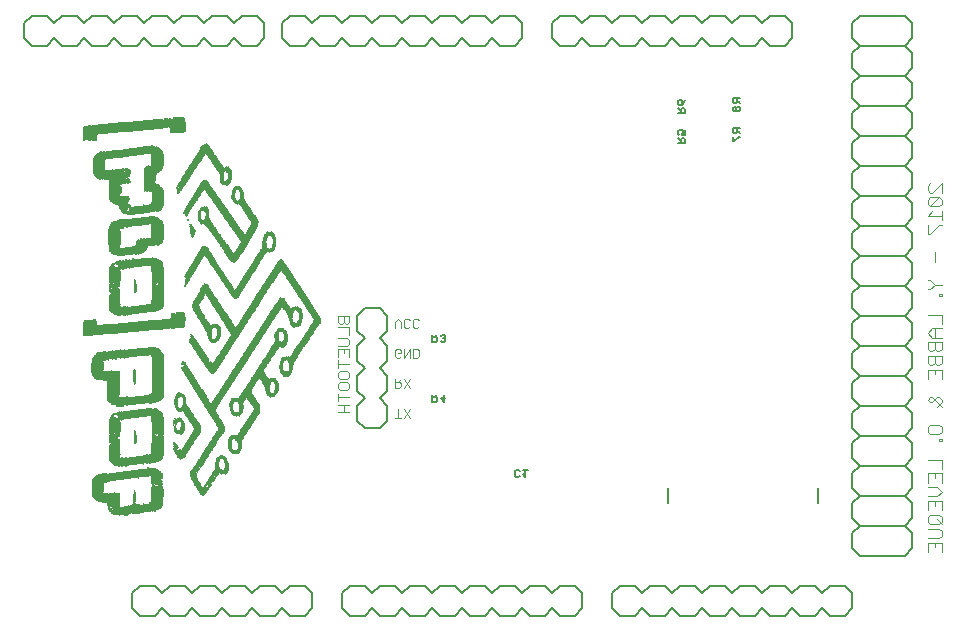
<source format=gbo>
G75*
%MOIN*%
%OFA0B0*%
%FSLAX25Y25*%
%IPPOS*%
%LPD*%
%AMOC8*
5,1,8,0,0,1.08239X$1,22.5*
%
%ADD10C,0.00400*%
%ADD11C,0.00300*%
%ADD12C,0.00800*%
%ADD13C,0.00600*%
%ADD14R,0.00148X0.01772*%
%ADD15R,0.00148X0.02215*%
%ADD16R,0.00148X0.02657*%
%ADD17R,0.00148X0.03100*%
%ADD18R,0.00148X0.03544*%
%ADD19R,0.00148X0.03838*%
%ADD20R,0.00148X0.04429*%
%ADD21R,0.00148X0.04724*%
%ADD22R,0.00148X0.05315*%
%ADD23R,0.00148X0.05610*%
%ADD24R,0.00148X0.06201*%
%ADD25R,0.00148X0.06644*%
%ADD26R,0.00148X0.06939*%
%ADD27R,0.00148X0.07529*%
%ADD28R,0.00148X0.03691*%
%ADD29R,0.00148X0.03691*%
%ADD30R,0.00148X0.03691*%
%ADD31R,0.00148X0.03543*%
%ADD32R,0.00148X0.03543*%
%ADD33R,0.00148X0.03839*%
%ADD34R,0.00148X0.03839*%
%ADD35R,0.00148X0.03248*%
%ADD36R,0.00148X0.03986*%
%ADD37R,0.00148X0.04725*%
%ADD38R,0.00148X0.05167*%
%ADD39R,0.00148X0.05757*%
%ADD40R,0.00148X0.06054*%
%ADD41R,0.00148X0.01920*%
%ADD42R,0.00148X0.01772*%
%ADD43R,0.00148X0.01624*%
%ADD44R,0.00148X0.01624*%
%ADD45R,0.00148X0.01476*%
%ADD46R,0.00148X0.01624*%
%ADD47R,0.00148X0.03986*%
%ADD48R,0.00148X0.01771*%
%ADD49R,0.00148X0.02067*%
%ADD50R,0.00148X0.01919*%
%ADD51R,0.00148X0.02510*%
%ADD52R,0.00148X0.02067*%
%ADD53R,0.00148X0.04576*%
%ADD54R,0.00148X0.03396*%
%ADD55R,0.00148X0.02363*%
%ADD56R,0.00148X0.05315*%
%ADD57R,0.00148X0.03987*%
%ADD58R,0.00148X0.06053*%
%ADD59R,0.00148X0.05610*%
%ADD60R,0.00148X0.00886*%
%ADD61R,0.00148X0.05758*%
%ADD62R,0.00148X0.04282*%
%ADD63R,0.00148X0.00591*%
%ADD64R,0.00148X0.05906*%
%ADD65R,0.00148X0.04134*%
%ADD66R,0.00148X0.00443*%
%ADD67R,0.00148X0.04872*%
%ADD68R,0.00148X0.04133*%
%ADD69R,0.00148X0.02067*%
%ADD70R,0.00148X0.01034*%
%ADD71R,0.00148X0.04134*%
%ADD72R,0.00148X0.03396*%
%ADD73R,0.00148X0.03395*%
%ADD74R,0.00148X0.05020*%
%ADD75R,0.00148X0.02657*%
%ADD76R,0.00148X0.02362*%
%ADD77R,0.00148X0.01919*%
%ADD78R,0.00148X0.02953*%
%ADD79R,0.00148X0.02215*%
%ADD80R,0.00148X0.01328*%
%ADD81R,0.00148X0.05463*%
%ADD82R,0.00148X0.05167*%
%ADD83R,0.00148X0.04577*%
%ADD84R,0.00148X0.03100*%
%ADD85R,0.00148X0.01329*%
%ADD86R,0.00148X0.02806*%
%ADD87R,0.00148X0.04281*%
%ADD88R,0.00148X0.00885*%
%ADD89R,0.00148X0.06791*%
%ADD90R,0.00148X0.04281*%
%ADD91R,0.00148X0.06939*%
%ADD92R,0.00148X0.04872*%
%ADD93R,0.00148X0.06939*%
%ADD94R,0.00148X0.05315*%
%ADD95R,0.00148X0.02362*%
%ADD96R,0.00148X0.01181*%
%ADD97R,0.00148X0.05758*%
%ADD98R,0.00148X0.06201*%
%ADD99R,0.00148X0.06053*%
%ADD100R,0.00148X0.05905*%
%ADD101R,0.00148X0.06643*%
%ADD102R,0.00148X0.08563*%
%ADD103R,0.00148X0.08120*%
%ADD104R,0.00148X0.07677*%
%ADD105R,0.00148X0.07235*%
%ADD106R,0.00148X0.05463*%
%ADD107R,0.00148X0.04872*%
%ADD108R,0.00148X0.06348*%
%ADD109R,0.00148X0.04724*%
%ADD110R,0.00148X0.07382*%
%ADD111R,0.00148X0.07677*%
%ADD112R,0.00148X0.08268*%
%ADD113R,0.00148X0.06644*%
%ADD114R,0.00148X0.07530*%
%ADD115R,0.00148X0.07825*%
%ADD116R,0.00148X0.08415*%
%ADD117R,0.00148X0.07972*%
%ADD118R,0.00148X0.06792*%
%ADD119R,0.00148X0.06496*%
%ADD120R,0.00148X0.05019*%
%ADD121R,0.00148X0.04577*%
%ADD122R,0.00148X0.05020*%
%ADD123R,0.00148X0.05462*%
%ADD124R,0.00148X0.06200*%
%ADD125R,0.00148X0.07234*%
%ADD126R,0.00148X0.06348*%
%ADD127R,0.00148X0.01033*%
%ADD128R,0.00148X0.07087*%
%ADD129R,0.00148X0.06496*%
%ADD130R,0.00148X0.01181*%
%ADD131R,0.00148X0.01181*%
%ADD132R,0.00148X0.01329*%
%ADD133R,0.00148X0.03101*%
%ADD134R,0.00148X0.00886*%
%ADD135R,0.00148X0.03248*%
%ADD136R,0.00148X0.02805*%
%ADD137R,0.00148X0.07086*%
%ADD138R,0.00148X0.08563*%
%ADD139R,0.00148X0.01033*%
%ADD140R,0.00148X0.05611*%
%ADD141R,0.00148X0.02509*%
%ADD142R,0.00148X0.02510*%
%ADD143R,0.00148X0.00295*%
%ADD144R,0.00148X0.00738*%
%ADD145R,0.00148X0.06349*%
%ADD146R,0.00148X0.00148*%
%ADD147R,0.00148X0.02805*%
%ADD148R,0.00148X0.00295*%
%ADD149R,0.00148X0.00590*%
%ADD150R,0.00148X0.00591*%
%ADD151R,0.00148X0.00739*%
%ADD152R,0.00148X0.03248*%
%ADD153R,0.00148X0.06496*%
%ADD154R,0.00148X0.02658*%
%ADD155R,0.00148X0.01476*%
%ADD156R,0.00148X0.00443*%
%ADD157R,0.00148X0.04430*%
%ADD158R,0.00148X0.00147*%
%ADD159R,0.00148X0.05906*%
%ADD160R,0.00148X0.00443*%
%ADD161R,0.00148X0.07382*%
%ADD162R,0.00148X0.07972*%
%ADD163R,0.00148X0.00738*%
%ADD164R,0.00148X0.00148*%
%ADD165R,0.00148X0.00296*%
%ADD166R,0.00148X0.13287*%
%ADD167R,0.00148X0.14764*%
%ADD168R,0.00148X0.14173*%
%ADD169R,0.00148X0.15059*%
%ADD170R,0.00148X0.14469*%
%ADD171R,0.00148X0.15354*%
%ADD172R,0.00148X0.15207*%
%ADD173R,0.00148X0.15649*%
%ADD174R,0.00148X0.15502*%
%ADD175R,0.00148X0.15945*%
%ADD176R,0.00148X0.15944*%
%ADD177R,0.00148X0.16240*%
%ADD178R,0.00148X0.15798*%
%ADD179R,0.00148X0.09006*%
%ADD180R,0.00148X0.16093*%
%ADD181R,0.00148X0.16535*%
%ADD182R,0.00148X0.09302*%
%ADD183R,0.00148X0.16388*%
%ADD184R,0.00148X0.16683*%
%ADD185R,0.00148X0.12402*%
%ADD186R,0.00148X0.08268*%
%ADD187R,0.00148X0.16978*%
%ADD188R,0.00148X0.12696*%
%ADD189R,0.00148X0.08416*%
%ADD190R,0.00148X0.08858*%
%ADD191R,0.00148X0.16831*%
%ADD192R,0.00148X0.17274*%
%ADD193R,0.00148X0.16830*%
%ADD194R,0.00148X0.12992*%
%ADD195R,0.00148X0.08711*%
%ADD196R,0.00148X0.17126*%
%ADD197R,0.00148X0.17569*%
%ADD198R,0.00148X0.16978*%
%ADD199R,0.00148X0.13140*%
%ADD200R,0.00148X0.09154*%
%ADD201R,0.00148X0.17717*%
%ADD202R,0.00148X0.08415*%
%ADD203R,0.00148X0.09301*%
%ADD204R,0.00148X0.17864*%
%ADD205R,0.00148X0.08710*%
%ADD206R,0.00148X0.13583*%
%ADD207R,0.00148X0.09153*%
%ADD208R,0.00148X0.08711*%
%ADD209R,0.00148X0.18012*%
%ADD210R,0.00148X0.08120*%
%ADD211R,0.00148X0.09301*%
%ADD212R,0.00148X0.09449*%
%ADD213R,0.00148X0.18159*%
%ADD214R,0.00148X0.09448*%
%ADD215R,0.00148X0.09596*%
%ADD216R,0.00148X0.11368*%
%ADD217R,0.00148X0.09006*%
%ADD218R,0.00148X0.11663*%
%ADD219R,0.00148X0.08563*%
%ADD220R,0.00148X0.18455*%
%ADD221R,0.00148X0.21850*%
%ADD222R,0.00148X0.18159*%
%ADD223R,0.00148X0.09744*%
%ADD224R,0.00148X0.18307*%
%ADD225R,0.00148X0.21998*%
%ADD226R,0.00148X0.09892*%
%ADD227R,0.00148X0.18307*%
%ADD228R,0.00148X0.18750*%
%ADD229R,0.00148X0.14320*%
%ADD230R,0.00148X0.22146*%
%ADD231R,0.00148X0.14616*%
%ADD232R,0.00148X0.15650*%
%ADD233R,0.00148X0.08267*%
%ADD234R,0.00148X0.02952*%
%ADD235R,0.00148X0.12992*%
%ADD236R,0.00148X0.12106*%
%ADD237R,0.00148X0.09006*%
%ADD238R,0.00148X0.12550*%
%ADD239R,0.00148X0.12254*%
%ADD240R,0.00148X0.11958*%
%ADD241R,0.00148X0.11664*%
%ADD242R,0.00148X0.07530*%
%ADD243R,0.00148X0.12106*%
%ADD244R,0.00148X0.11811*%
%ADD245R,0.00148X0.11959*%
%ADD246R,0.00148X0.11663*%
%ADD247R,0.00148X0.11368*%
%ADD248R,0.00148X0.11516*%
%ADD249R,0.00148X0.10482*%
%ADD250R,0.00148X0.11515*%
%ADD251R,0.00148X0.10335*%
%ADD252R,0.00148X0.11073*%
%ADD253R,0.00148X0.10187*%
%ADD254R,0.00148X0.10187*%
%ADD255R,0.00148X0.11220*%
%ADD256R,0.00148X0.10925*%
%ADD257R,0.00148X0.10187*%
%ADD258R,0.00148X0.11073*%
%ADD259R,0.00148X0.10778*%
%ADD260R,0.00148X0.16831*%
%ADD261R,0.00148X0.16683*%
%ADD262R,0.00148X0.10630*%
%ADD263R,0.00148X0.11220*%
%ADD264R,0.00148X0.16388*%
%ADD265R,0.00148X0.10778*%
%ADD266R,0.00148X0.10482*%
%ADD267R,0.00148X0.07824*%
%ADD268R,0.00148X0.10630*%
%ADD269R,0.00148X0.07678*%
%ADD270R,0.00148X0.11072*%
%ADD271R,0.00148X0.09597*%
%ADD272R,0.00148X0.07087*%
%ADD273R,0.00148X0.10039*%
%ADD274R,0.00148X0.09154*%
%ADD275R,0.00148X0.07973*%
%ADD276R,0.00148X0.07825*%
%ADD277R,0.00148X0.07234*%
D10*
X0416446Y0038967D02*
X0416446Y0042037D01*
X0421050Y0042037D01*
X0421050Y0038967D01*
X0418748Y0040502D02*
X0418748Y0042037D01*
X0420283Y0043571D02*
X0416446Y0043571D01*
X0420283Y0043571D02*
X0421050Y0044339D01*
X0421050Y0045873D01*
X0420283Y0046641D01*
X0416446Y0046641D01*
X0417213Y0048175D02*
X0420283Y0048175D01*
X0421050Y0048943D01*
X0421050Y0050477D01*
X0420283Y0051245D01*
X0417213Y0051245D01*
X0416446Y0050477D01*
X0416446Y0048943D01*
X0417213Y0048175D01*
X0419515Y0049710D02*
X0421050Y0048175D01*
X0421050Y0052779D02*
X0421050Y0055848D01*
X0416446Y0055848D01*
X0416446Y0052779D01*
X0418748Y0054314D02*
X0418748Y0055848D01*
X0419515Y0057383D02*
X0416446Y0057383D01*
X0419515Y0057383D02*
X0421050Y0058918D01*
X0419515Y0060452D01*
X0416446Y0060452D01*
X0416446Y0061987D02*
X0416446Y0065056D01*
X0421050Y0065056D01*
X0421050Y0061987D01*
X0418748Y0063522D02*
X0418748Y0065056D01*
X0421050Y0066591D02*
X0421050Y0069660D01*
X0416446Y0069660D01*
X0420283Y0075799D02*
X0421050Y0075799D01*
X0421050Y0076566D01*
X0420283Y0076566D01*
X0420283Y0075799D01*
X0420283Y0078101D02*
X0417213Y0078101D01*
X0416446Y0078868D01*
X0416446Y0080403D01*
X0417213Y0081170D01*
X0420283Y0081170D01*
X0421050Y0080403D01*
X0421050Y0078868D01*
X0420283Y0078101D01*
X0421050Y0087309D02*
X0417981Y0090378D01*
X0417213Y0090378D01*
X0416446Y0089611D01*
X0417213Y0088843D01*
X0417981Y0088843D01*
X0419515Y0090378D01*
X0420283Y0090378D01*
X0421050Y0089611D01*
X0421050Y0088843D01*
X0419515Y0087309D01*
X0421050Y0096516D02*
X0421050Y0099586D01*
X0416446Y0099586D01*
X0416446Y0096516D01*
X0418748Y0098051D02*
X0418748Y0099586D01*
X0417981Y0101120D02*
X0417213Y0101120D01*
X0416446Y0101888D01*
X0416446Y0104190D01*
X0421050Y0104190D01*
X0421050Y0101888D01*
X0420283Y0101120D01*
X0419515Y0101120D01*
X0418748Y0101888D01*
X0418748Y0104190D01*
X0417981Y0105724D02*
X0417213Y0105724D01*
X0416446Y0106492D01*
X0416446Y0108794D01*
X0421050Y0108794D01*
X0421050Y0106492D01*
X0420283Y0105724D01*
X0419515Y0105724D01*
X0418748Y0106492D01*
X0418748Y0108794D01*
X0418748Y0110328D02*
X0418748Y0113398D01*
X0417981Y0113398D02*
X0416446Y0111863D01*
X0417981Y0110328D01*
X0421050Y0110328D01*
X0421050Y0113398D02*
X0417981Y0113398D01*
X0421050Y0114932D02*
X0421050Y0118001D01*
X0416446Y0118001D01*
X0420283Y0124140D02*
X0421050Y0124140D01*
X0421050Y0124907D01*
X0420283Y0124907D01*
X0420283Y0124140D01*
X0417213Y0126442D02*
X0416446Y0126442D01*
X0417213Y0126442D02*
X0418748Y0127977D01*
X0421050Y0127977D01*
X0418748Y0127977D02*
X0417213Y0129511D01*
X0416446Y0129511D01*
X0418748Y0135650D02*
X0418748Y0138719D01*
X0417213Y0144858D02*
X0420283Y0147927D01*
X0421050Y0147927D01*
X0421050Y0149462D02*
X0421050Y0152531D01*
X0421050Y0150996D02*
X0416446Y0150996D01*
X0417981Y0152531D01*
X0417213Y0154066D02*
X0420283Y0157135D01*
X0421050Y0156367D01*
X0421050Y0154833D01*
X0420283Y0154066D01*
X0417213Y0154066D01*
X0416446Y0154833D01*
X0416446Y0156367D01*
X0417213Y0157135D01*
X0420283Y0157135D01*
X0421050Y0158669D02*
X0421050Y0161739D01*
X0417981Y0158669D01*
X0417213Y0158669D01*
X0416446Y0159437D01*
X0416446Y0160971D01*
X0417213Y0161739D01*
X0416446Y0147927D02*
X0416446Y0144858D01*
X0417213Y0144858D01*
X0418748Y0106492D02*
X0417981Y0105724D01*
X0418748Y0101888D02*
X0417981Y0101120D01*
D11*
X0246728Y0104164D02*
X0246244Y0103680D01*
X0244793Y0103680D01*
X0244793Y0106582D01*
X0246244Y0106582D01*
X0246728Y0106099D01*
X0246728Y0104164D01*
X0243781Y0103680D02*
X0243781Y0106582D01*
X0241847Y0103680D01*
X0241847Y0106582D01*
X0240835Y0106099D02*
X0240835Y0105131D01*
X0239867Y0105131D01*
X0238900Y0104164D02*
X0238900Y0106099D01*
X0239384Y0106582D01*
X0240351Y0106582D01*
X0240835Y0106099D01*
X0240835Y0104164D02*
X0240351Y0103680D01*
X0239384Y0103680D01*
X0238900Y0104164D01*
X0238900Y0096582D02*
X0238900Y0093680D01*
X0240351Y0093680D01*
X0240835Y0094164D01*
X0240835Y0095131D01*
X0240351Y0095615D01*
X0238900Y0095615D01*
X0239867Y0095615D02*
X0240835Y0096582D01*
X0241847Y0096582D02*
X0243781Y0093680D01*
X0241847Y0093680D02*
X0243781Y0096582D01*
X0243781Y0086582D02*
X0241847Y0083680D01*
X0240835Y0083680D02*
X0238900Y0083680D01*
X0239867Y0083680D02*
X0239867Y0086582D01*
X0241847Y0086582D02*
X0243781Y0083680D01*
X0223600Y0085549D02*
X0219897Y0085549D01*
X0221748Y0085549D02*
X0221748Y0088017D01*
X0219897Y0088017D02*
X0223600Y0088017D01*
X0223600Y0090466D02*
X0219897Y0090466D01*
X0219897Y0091700D02*
X0219897Y0089232D01*
X0220514Y0092915D02*
X0219897Y0093532D01*
X0219897Y0094766D01*
X0220514Y0095384D01*
X0222983Y0095384D01*
X0223600Y0094766D01*
X0223600Y0093532D01*
X0222983Y0092915D01*
X0220514Y0092915D01*
X0220514Y0096598D02*
X0219897Y0097215D01*
X0219897Y0098450D01*
X0220514Y0099067D01*
X0222983Y0099067D01*
X0223600Y0098450D01*
X0223600Y0097215D01*
X0222983Y0096598D01*
X0220514Y0096598D01*
X0219897Y0100281D02*
X0219897Y0102750D01*
X0219897Y0103964D02*
X0219897Y0106433D01*
X0223600Y0106433D01*
X0223600Y0103964D01*
X0221748Y0105199D02*
X0221748Y0106433D01*
X0222983Y0107647D02*
X0219897Y0107647D01*
X0219897Y0110116D02*
X0222983Y0110116D01*
X0223600Y0109499D01*
X0223600Y0108265D01*
X0222983Y0107647D01*
X0223600Y0111331D02*
X0223600Y0113799D01*
X0219897Y0113799D01*
X0220514Y0115014D02*
X0221131Y0115014D01*
X0221748Y0115631D01*
X0221748Y0117482D01*
X0221748Y0115631D02*
X0222366Y0115014D01*
X0222983Y0115014D01*
X0223600Y0115631D01*
X0223600Y0117482D01*
X0219897Y0117482D01*
X0219897Y0115631D01*
X0220514Y0115014D01*
X0238900Y0115615D02*
X0238900Y0113680D01*
X0240835Y0113680D02*
X0240835Y0115615D01*
X0239867Y0116582D01*
X0238900Y0115615D01*
X0241847Y0116099D02*
X0242330Y0116582D01*
X0243298Y0116582D01*
X0243781Y0116099D01*
X0244793Y0116099D02*
X0245277Y0116582D01*
X0246244Y0116582D01*
X0246728Y0116099D01*
X0244793Y0116099D02*
X0244793Y0114164D01*
X0245277Y0113680D01*
X0246244Y0113680D01*
X0246728Y0114164D01*
X0243781Y0114164D02*
X0243298Y0113680D01*
X0242330Y0113680D01*
X0241847Y0114164D01*
X0241847Y0116099D01*
X0223600Y0101516D02*
X0219897Y0101516D01*
D12*
X0226250Y0102632D02*
X0228750Y0100132D01*
X0226250Y0097632D01*
X0226250Y0092632D01*
X0228750Y0090132D01*
X0226250Y0087632D01*
X0226250Y0082632D01*
X0228750Y0080132D01*
X0233750Y0080132D01*
X0236250Y0082632D01*
X0236250Y0087632D01*
X0233750Y0090132D01*
X0236250Y0092632D01*
X0236250Y0097632D01*
X0233750Y0100132D01*
X0236250Y0102632D01*
X0236250Y0107632D01*
X0233750Y0110132D01*
X0236250Y0112632D01*
X0236250Y0117632D01*
X0233750Y0120132D01*
X0228750Y0120132D01*
X0226250Y0117632D01*
X0226250Y0112632D01*
X0228750Y0110132D01*
X0226250Y0107632D01*
X0226250Y0102632D01*
X0329825Y0060132D02*
X0329825Y0055132D01*
X0328750Y0027632D02*
X0323750Y0027632D01*
X0321250Y0025132D01*
X0318750Y0027632D01*
X0313750Y0027632D01*
X0311250Y0025132D01*
X0311250Y0020132D01*
X0313750Y0017632D01*
X0318750Y0017632D01*
X0321250Y0020132D01*
X0323750Y0017632D01*
X0328750Y0017632D01*
X0331250Y0020132D01*
X0333750Y0017632D01*
X0338750Y0017632D01*
X0341250Y0020132D01*
X0343750Y0017632D01*
X0348750Y0017632D01*
X0351250Y0020132D01*
X0353750Y0017632D01*
X0358750Y0017632D01*
X0361250Y0020132D01*
X0363750Y0017632D01*
X0368750Y0017632D01*
X0371250Y0020132D01*
X0373750Y0017632D01*
X0378750Y0017632D01*
X0381250Y0020132D01*
X0383750Y0017632D01*
X0388750Y0017632D01*
X0391250Y0020132D01*
X0391250Y0025132D01*
X0388750Y0027632D01*
X0383750Y0027632D01*
X0381250Y0025132D01*
X0378750Y0027632D01*
X0373750Y0027632D01*
X0371250Y0025132D01*
X0368750Y0027632D01*
X0363750Y0027632D01*
X0361250Y0025132D01*
X0358750Y0027632D01*
X0353750Y0027632D01*
X0351250Y0025132D01*
X0348750Y0027632D01*
X0343750Y0027632D01*
X0341250Y0025132D01*
X0338750Y0027632D01*
X0333750Y0027632D01*
X0331250Y0025132D01*
X0328750Y0027632D01*
X0301250Y0025132D02*
X0301250Y0020132D01*
X0298750Y0017632D01*
X0293750Y0017632D01*
X0291250Y0020132D01*
X0288750Y0017632D01*
X0283750Y0017632D01*
X0281250Y0020132D01*
X0278750Y0017632D01*
X0273750Y0017632D01*
X0271250Y0020132D01*
X0268750Y0017632D01*
X0263750Y0017632D01*
X0261250Y0020132D01*
X0258750Y0017632D01*
X0253750Y0017632D01*
X0251250Y0020132D01*
X0248750Y0017632D01*
X0243750Y0017632D01*
X0241250Y0020132D01*
X0238750Y0017632D01*
X0233750Y0017632D01*
X0231250Y0020132D01*
X0228750Y0017632D01*
X0223750Y0017632D01*
X0221250Y0020132D01*
X0221250Y0025132D01*
X0223750Y0027632D01*
X0228750Y0027632D01*
X0231250Y0025132D01*
X0233750Y0027632D01*
X0238750Y0027632D01*
X0241250Y0025132D01*
X0243750Y0027632D01*
X0248750Y0027632D01*
X0251250Y0025132D01*
X0253750Y0027632D01*
X0258750Y0027632D01*
X0261250Y0025132D01*
X0263750Y0027632D01*
X0268750Y0027632D01*
X0271250Y0025132D01*
X0273750Y0027632D01*
X0278750Y0027632D01*
X0281250Y0025132D01*
X0283750Y0027632D01*
X0288750Y0027632D01*
X0291250Y0025132D01*
X0293750Y0027632D01*
X0298750Y0027632D01*
X0301250Y0025132D01*
X0379825Y0055132D02*
X0379825Y0060132D01*
X0393750Y0047632D02*
X0408750Y0047632D01*
X0411250Y0045132D01*
X0411250Y0040132D01*
X0408750Y0037632D01*
X0393750Y0037632D01*
X0391250Y0040132D01*
X0391250Y0045132D01*
X0393750Y0047632D01*
X0211250Y0025132D02*
X0211250Y0020132D01*
X0208750Y0017632D01*
X0203750Y0017632D01*
X0201250Y0020132D01*
X0198750Y0017632D01*
X0193750Y0017632D01*
X0191250Y0020132D01*
X0188750Y0017632D01*
X0183750Y0017632D01*
X0181250Y0020132D01*
X0178750Y0017632D01*
X0173750Y0017632D01*
X0171250Y0020132D01*
X0168750Y0017632D01*
X0163750Y0017632D01*
X0161250Y0020132D01*
X0158750Y0017632D01*
X0153750Y0017632D01*
X0151250Y0020132D01*
X0151250Y0025132D01*
X0153750Y0027632D01*
X0158750Y0027632D01*
X0161250Y0025132D01*
X0163750Y0027632D01*
X0168750Y0027632D01*
X0171250Y0025132D01*
X0173750Y0027632D01*
X0178750Y0027632D01*
X0181250Y0025132D01*
X0183750Y0027632D01*
X0188750Y0027632D01*
X0191250Y0025132D01*
X0193750Y0027632D01*
X0198750Y0027632D01*
X0201250Y0025132D01*
X0203750Y0027632D01*
X0208750Y0027632D01*
X0211250Y0025132D01*
X0208750Y0207632D02*
X0203750Y0207632D01*
X0201250Y0210132D01*
X0201250Y0215132D01*
X0203750Y0217632D01*
X0208750Y0217632D01*
X0211250Y0215132D01*
X0213750Y0217632D01*
X0218750Y0217632D01*
X0221250Y0215132D01*
X0223750Y0217632D01*
X0228750Y0217632D01*
X0231250Y0215132D01*
X0233750Y0217632D01*
X0238750Y0217632D01*
X0241250Y0215132D01*
X0243750Y0217632D01*
X0248750Y0217632D01*
X0251250Y0215132D01*
X0253750Y0217632D01*
X0258750Y0217632D01*
X0261250Y0215132D01*
X0263750Y0217632D01*
X0268750Y0217632D01*
X0271250Y0215132D01*
X0273750Y0217632D01*
X0278750Y0217632D01*
X0281250Y0215132D01*
X0281250Y0210132D01*
X0278750Y0207632D01*
X0273750Y0207632D01*
X0271250Y0210132D01*
X0268750Y0207632D01*
X0263750Y0207632D01*
X0261250Y0210132D01*
X0258750Y0207632D01*
X0253750Y0207632D01*
X0251250Y0210132D01*
X0248750Y0207632D01*
X0243750Y0207632D01*
X0241250Y0210132D01*
X0238750Y0207632D01*
X0233750Y0207632D01*
X0231250Y0210132D01*
X0228750Y0207632D01*
X0223750Y0207632D01*
X0221250Y0210132D01*
X0218750Y0207632D01*
X0213750Y0207632D01*
X0211250Y0210132D01*
X0208750Y0207632D01*
X0195250Y0210132D02*
X0195250Y0215132D01*
X0192750Y0217632D01*
X0187750Y0217632D01*
X0185250Y0215132D01*
X0182750Y0217632D01*
X0177750Y0217632D01*
X0175250Y0215132D01*
X0172750Y0217632D01*
X0167750Y0217632D01*
X0165250Y0215132D01*
X0162750Y0217632D01*
X0157750Y0217632D01*
X0155250Y0215132D01*
X0152750Y0217632D01*
X0147750Y0217632D01*
X0145250Y0215132D01*
X0142750Y0217632D01*
X0137750Y0217632D01*
X0135250Y0215132D01*
X0132750Y0217632D01*
X0127750Y0217632D01*
X0125250Y0215132D01*
X0122750Y0217632D01*
X0117750Y0217632D01*
X0115250Y0215132D01*
X0115250Y0210132D01*
X0117750Y0207632D01*
X0122750Y0207632D01*
X0125250Y0210132D01*
X0127750Y0207632D01*
X0132750Y0207632D01*
X0135250Y0210132D01*
X0137750Y0207632D01*
X0142750Y0207632D01*
X0145250Y0210132D01*
X0147750Y0207632D01*
X0152750Y0207632D01*
X0155250Y0210132D01*
X0157750Y0207632D01*
X0162750Y0207632D01*
X0165250Y0210132D01*
X0167750Y0207632D01*
X0172750Y0207632D01*
X0175250Y0210132D01*
X0177750Y0207632D01*
X0182750Y0207632D01*
X0185250Y0210132D01*
X0187750Y0207632D01*
X0192750Y0207632D01*
X0195250Y0210132D01*
X0291250Y0210132D02*
X0293750Y0207632D01*
X0298750Y0207632D01*
X0301250Y0210132D01*
X0303750Y0207632D01*
X0308750Y0207632D01*
X0311250Y0210132D01*
X0313750Y0207632D01*
X0318750Y0207632D01*
X0321250Y0210132D01*
X0323750Y0207632D01*
X0328750Y0207632D01*
X0331250Y0210132D01*
X0333750Y0207632D01*
X0338750Y0207632D01*
X0341250Y0210132D01*
X0343750Y0207632D01*
X0348750Y0207632D01*
X0351250Y0210132D01*
X0353750Y0207632D01*
X0358750Y0207632D01*
X0361250Y0210132D01*
X0363750Y0207632D01*
X0368750Y0207632D01*
X0371250Y0210132D01*
X0371250Y0215132D01*
X0368750Y0217632D01*
X0363750Y0217632D01*
X0361250Y0215132D01*
X0358750Y0217632D01*
X0353750Y0217632D01*
X0351250Y0215132D01*
X0348750Y0217632D01*
X0343750Y0217632D01*
X0341250Y0215132D01*
X0338750Y0217632D01*
X0333750Y0217632D01*
X0331250Y0215132D01*
X0328750Y0217632D01*
X0323750Y0217632D01*
X0321250Y0215132D01*
X0318750Y0217632D01*
X0313750Y0217632D01*
X0311250Y0215132D01*
X0308750Y0217632D01*
X0303750Y0217632D01*
X0301250Y0215132D01*
X0298750Y0217632D01*
X0293750Y0217632D01*
X0291250Y0215132D01*
X0291250Y0210132D01*
X0391250Y0210132D02*
X0393750Y0207632D01*
X0408750Y0207632D01*
X0411250Y0210132D01*
X0411250Y0215132D01*
X0408750Y0217632D01*
X0393750Y0217632D01*
X0391250Y0215132D01*
X0391250Y0210132D01*
D13*
X0393750Y0207632D02*
X0391250Y0205132D01*
X0391250Y0200132D01*
X0393750Y0197632D01*
X0408750Y0197632D01*
X0411250Y0195132D01*
X0411250Y0190132D01*
X0408750Y0187632D01*
X0393750Y0187632D01*
X0391250Y0190132D01*
X0391250Y0195132D01*
X0393750Y0197632D01*
X0408750Y0197632D02*
X0411250Y0200132D01*
X0411250Y0205132D01*
X0408750Y0207632D01*
X0408750Y0187632D02*
X0411250Y0185132D01*
X0411250Y0180132D01*
X0408750Y0177632D01*
X0393750Y0177632D01*
X0391250Y0180132D01*
X0391250Y0185132D01*
X0393750Y0187632D01*
X0393750Y0177632D02*
X0391250Y0175132D01*
X0391250Y0170132D01*
X0393750Y0167632D01*
X0408750Y0167632D01*
X0411250Y0170132D01*
X0411250Y0175132D01*
X0408750Y0177632D01*
X0408750Y0167632D02*
X0411250Y0165132D01*
X0411250Y0160132D01*
X0408750Y0157632D01*
X0393750Y0157632D01*
X0391250Y0160132D01*
X0391250Y0165132D01*
X0393750Y0167632D01*
X0393750Y0157632D02*
X0391250Y0155132D01*
X0391250Y0150132D01*
X0393750Y0147632D01*
X0408750Y0147632D01*
X0411250Y0150132D01*
X0411250Y0155132D01*
X0408750Y0157632D01*
X0408750Y0147632D02*
X0411250Y0145132D01*
X0411250Y0140132D01*
X0408750Y0137632D01*
X0393750Y0137632D01*
X0391250Y0140132D01*
X0391250Y0145132D01*
X0393750Y0147632D01*
X0393750Y0137632D02*
X0391250Y0135132D01*
X0391250Y0130132D01*
X0393750Y0127632D01*
X0408750Y0127632D01*
X0411250Y0125132D01*
X0411250Y0120132D01*
X0408750Y0117632D01*
X0393750Y0117632D01*
X0391250Y0120132D01*
X0391250Y0125132D01*
X0393750Y0127632D01*
X0393750Y0117632D02*
X0391250Y0115132D01*
X0391250Y0110132D01*
X0393750Y0107632D01*
X0408750Y0107632D01*
X0411250Y0110132D01*
X0411250Y0115132D01*
X0408750Y0117632D01*
X0408750Y0107632D02*
X0411250Y0105132D01*
X0411250Y0100132D01*
X0408750Y0097632D01*
X0393750Y0097632D01*
X0391250Y0100132D01*
X0391250Y0105132D01*
X0393750Y0107632D01*
X0393750Y0097632D02*
X0391250Y0095132D01*
X0391250Y0090132D01*
X0393750Y0087632D01*
X0408750Y0087632D01*
X0411250Y0090132D01*
X0411250Y0095132D01*
X0408750Y0097632D01*
X0408750Y0087632D02*
X0411250Y0085132D01*
X0411250Y0080132D01*
X0408750Y0077632D01*
X0393750Y0077632D01*
X0391250Y0080132D01*
X0391250Y0085132D01*
X0393750Y0087632D01*
X0393750Y0077632D02*
X0391250Y0075132D01*
X0391250Y0070132D01*
X0393750Y0067632D01*
X0408750Y0067632D01*
X0411250Y0070132D01*
X0411250Y0075132D01*
X0408750Y0077632D01*
X0408750Y0067632D02*
X0411250Y0065132D01*
X0411250Y0060132D01*
X0408750Y0057632D01*
X0393750Y0057632D01*
X0391250Y0060132D01*
X0391250Y0065132D01*
X0393750Y0067632D01*
X0393750Y0057632D02*
X0391250Y0055132D01*
X0391250Y0050132D01*
X0393750Y0047632D01*
X0408750Y0047632D02*
X0411250Y0050132D01*
X0411250Y0055132D01*
X0408750Y0057632D01*
X0408750Y0127632D02*
X0411250Y0130132D01*
X0411250Y0135132D01*
X0408750Y0137632D01*
X0353388Y0177332D02*
X0351787Y0175731D01*
X0351387Y0175731D01*
X0351387Y0177332D01*
X0351787Y0178493D02*
X0352588Y0178493D01*
X0352988Y0178894D01*
X0352988Y0180095D01*
X0353789Y0180095D02*
X0351387Y0180095D01*
X0351387Y0178894D01*
X0351787Y0178493D01*
X0352988Y0179294D02*
X0353789Y0178493D01*
X0353789Y0177332D02*
X0353388Y0177332D01*
X0353388Y0185731D02*
X0353789Y0186131D01*
X0353789Y0186932D01*
X0353388Y0187332D01*
X0352988Y0187332D01*
X0352588Y0186932D01*
X0352588Y0186131D01*
X0352988Y0185731D01*
X0353388Y0185731D01*
X0352588Y0186131D02*
X0352187Y0185731D01*
X0351787Y0185731D01*
X0351387Y0186131D01*
X0351387Y0186932D01*
X0351787Y0187332D01*
X0352187Y0187332D01*
X0352588Y0186932D01*
X0352588Y0188493D02*
X0352988Y0188894D01*
X0352988Y0190095D01*
X0353789Y0190095D02*
X0351387Y0190095D01*
X0351387Y0188894D01*
X0351787Y0188493D01*
X0352588Y0188493D01*
X0352988Y0189294D02*
X0353789Y0188493D01*
X0335680Y0189534D02*
X0335280Y0188733D01*
X0334479Y0187932D01*
X0334479Y0189134D01*
X0334079Y0189534D01*
X0333679Y0189534D01*
X0333278Y0189134D01*
X0333278Y0188333D01*
X0333679Y0187932D01*
X0334479Y0187932D01*
X0334479Y0186771D02*
X0334079Y0186371D01*
X0334079Y0185170D01*
X0333278Y0185170D02*
X0335680Y0185170D01*
X0335680Y0186371D01*
X0335280Y0186771D01*
X0334479Y0186771D01*
X0334079Y0185971D02*
X0333278Y0186771D01*
X0333679Y0179534D02*
X0333278Y0179134D01*
X0333278Y0178333D01*
X0333679Y0177932D01*
X0334479Y0177932D02*
X0334880Y0178733D01*
X0334880Y0179134D01*
X0334479Y0179534D01*
X0333679Y0179534D01*
X0334479Y0177932D02*
X0335680Y0177932D01*
X0335680Y0179534D01*
X0335280Y0176771D02*
X0334479Y0176771D01*
X0334079Y0176371D01*
X0334079Y0175170D01*
X0333278Y0175170D02*
X0335680Y0175170D01*
X0335680Y0176371D01*
X0335280Y0176771D01*
X0334079Y0175971D02*
X0333278Y0176771D01*
X0255651Y0110932D02*
X0255251Y0111332D01*
X0254450Y0111332D01*
X0254050Y0110932D01*
X0254851Y0110131D02*
X0255251Y0110131D01*
X0255651Y0110532D01*
X0255651Y0110932D01*
X0255251Y0110131D02*
X0255651Y0109731D01*
X0255651Y0109331D01*
X0255251Y0108930D01*
X0254450Y0108930D01*
X0254050Y0109331D01*
X0252889Y0109331D02*
X0252489Y0108930D01*
X0251288Y0108930D01*
X0251288Y0111332D01*
X0251288Y0110532D02*
X0252489Y0110532D01*
X0252889Y0110131D01*
X0252889Y0109331D01*
X0252088Y0110532D02*
X0252889Y0111332D01*
X0252889Y0091332D02*
X0252088Y0090532D01*
X0252489Y0090532D02*
X0251288Y0090532D01*
X0251288Y0091332D02*
X0251288Y0088930D01*
X0252489Y0088930D01*
X0252889Y0089331D01*
X0252889Y0090131D01*
X0252489Y0090532D01*
X0254050Y0090131D02*
X0255651Y0090131D01*
X0255251Y0088930D02*
X0254050Y0090131D01*
X0255251Y0091332D02*
X0255251Y0088930D01*
X0278788Y0065932D02*
X0279188Y0066332D01*
X0279989Y0066332D01*
X0280389Y0065932D01*
X0281550Y0066332D02*
X0283151Y0066332D01*
X0282351Y0066332D02*
X0282351Y0063930D01*
X0281550Y0064731D01*
X0280389Y0064331D02*
X0279989Y0063930D01*
X0279188Y0063930D01*
X0278788Y0064331D01*
X0278788Y0065932D01*
D14*
X0202106Y0098228D03*
X0198711Y0096013D03*
X0197382Y0091289D03*
X0167116Y0091289D03*
X0166969Y0091289D03*
X0166083Y0079330D03*
X0186752Y0072687D03*
X0205502Y0114468D03*
X0205650Y0114468D03*
X0214065Y0115944D03*
X0175679Y0148868D03*
X0175679Y0153297D03*
X0166969Y0159350D03*
X0181880Y0162155D03*
X0150138Y0156397D03*
X0149843Y0154183D03*
D15*
X0149843Y0156324D03*
X0150581Y0165477D03*
X0150433Y0172269D03*
X0150285Y0172269D03*
X0183209Y0166215D03*
X0169183Y0152337D03*
X0173465Y0150861D03*
X0175827Y0148942D03*
X0171988Y0145694D03*
X0178484Y0136097D03*
X0196201Y0139788D03*
X0196201Y0144217D03*
X0198268Y0144365D03*
X0193248Y0148646D03*
X0206978Y0119414D03*
X0208159Y0117642D03*
X0206978Y0115280D03*
X0213917Y0116019D03*
X0202106Y0112032D03*
X0203730Y0098597D03*
X0197382Y0095644D03*
X0199154Y0092101D03*
X0187195Y0085310D03*
X0170659Y0076156D03*
X0166526Y0071727D03*
X0161063Y0064345D03*
X0176122Y0059620D03*
X0177746Y0063164D03*
X0180256Y0069660D03*
X0143789Y0076304D03*
X0168593Y0099926D03*
D16*
X0168740Y0099852D03*
X0187195Y0089222D03*
X0184094Y0087746D03*
X0186604Y0076673D03*
X0175089Y0058956D03*
X0213770Y0116092D03*
X0185571Y0124655D03*
X0171841Y0120964D03*
X0171841Y0145620D03*
X0156191Y0153297D03*
X0149990Y0148425D03*
X0149843Y0148425D03*
X0184537Y0164665D03*
X0187490Y0155807D03*
X0151909Y0172195D03*
X0151762Y0172195D03*
X0151614Y0172195D03*
X0151467Y0172195D03*
X0151319Y0172195D03*
X0151171Y0172195D03*
X0151024Y0172195D03*
X0150876Y0172195D03*
D17*
X0150876Y0180684D03*
X0151024Y0180684D03*
X0151171Y0180684D03*
X0151319Y0180684D03*
X0151467Y0180684D03*
X0151614Y0180684D03*
X0150728Y0180684D03*
X0150581Y0180684D03*
X0150433Y0180684D03*
X0150285Y0180684D03*
X0150138Y0180684D03*
X0143199Y0179946D03*
X0143051Y0179946D03*
X0142904Y0179946D03*
X0142756Y0179946D03*
X0142608Y0179946D03*
X0142461Y0179946D03*
X0142313Y0179946D03*
X0142165Y0179946D03*
X0142018Y0179946D03*
X0141870Y0179946D03*
X0141575Y0179798D03*
X0141427Y0179798D03*
X0141280Y0179798D03*
X0141132Y0179798D03*
X0140984Y0179798D03*
X0140837Y0179798D03*
X0140689Y0179798D03*
X0140541Y0179798D03*
X0140394Y0179798D03*
X0140246Y0179798D03*
X0139951Y0179650D03*
X0139803Y0179650D03*
X0139656Y0179650D03*
X0155157Y0181127D03*
X0155305Y0181127D03*
X0155453Y0181127D03*
X0155600Y0181127D03*
X0155748Y0181127D03*
X0155896Y0181127D03*
X0156043Y0181127D03*
X0156191Y0181127D03*
X0156339Y0181127D03*
X0156486Y0181127D03*
X0156634Y0181127D03*
X0156929Y0181274D03*
X0157077Y0181274D03*
X0157224Y0181274D03*
X0157372Y0181274D03*
X0157520Y0181274D03*
X0157667Y0181274D03*
X0157815Y0181274D03*
X0157963Y0181274D03*
X0158110Y0181274D03*
X0158258Y0181274D03*
X0158406Y0181274D03*
X0158553Y0181422D03*
X0158701Y0181422D03*
X0158848Y0181422D03*
X0158996Y0181422D03*
X0159144Y0181422D03*
X0159291Y0181422D03*
X0159439Y0181422D03*
X0159587Y0181422D03*
X0159734Y0181422D03*
X0159882Y0181422D03*
X0160030Y0181422D03*
X0169035Y0180684D03*
X0143789Y0164591D03*
X0143642Y0164591D03*
X0143494Y0164591D03*
X0143346Y0164591D03*
X0143199Y0164591D03*
X0143051Y0164591D03*
X0142904Y0164591D03*
X0142756Y0164591D03*
X0142608Y0164591D03*
X0142461Y0164591D03*
X0142313Y0164591D03*
X0150876Y0152780D03*
X0155157Y0153076D03*
X0155305Y0153076D03*
X0148661Y0148351D03*
X0148514Y0148351D03*
X0148366Y0148351D03*
X0148219Y0148351D03*
X0147776Y0148204D03*
X0147628Y0148204D03*
X0147480Y0148204D03*
X0147333Y0148056D03*
X0147480Y0134473D03*
X0147628Y0134473D03*
X0147480Y0119119D03*
X0147333Y0119119D03*
X0148661Y0119119D03*
X0148809Y0119119D03*
X0148957Y0119119D03*
X0149104Y0119119D03*
X0149843Y0119267D03*
X0149990Y0119267D03*
X0150138Y0113804D03*
X0150285Y0113804D03*
X0150433Y0113804D03*
X0150581Y0113804D03*
X0150728Y0113804D03*
X0150876Y0113804D03*
X0151024Y0113804D03*
X0151171Y0113804D03*
X0151319Y0113804D03*
X0151467Y0113804D03*
X0151614Y0113804D03*
X0146594Y0113361D03*
X0146447Y0113361D03*
X0146299Y0113361D03*
X0146152Y0113361D03*
X0146004Y0113361D03*
X0145856Y0113361D03*
X0145709Y0113361D03*
X0145561Y0113361D03*
X0145413Y0113361D03*
X0145266Y0113361D03*
X0144970Y0113213D03*
X0144823Y0113213D03*
X0144675Y0113213D03*
X0144528Y0113213D03*
X0144380Y0113213D03*
X0144232Y0113213D03*
X0144085Y0113213D03*
X0143937Y0113213D03*
X0143789Y0113213D03*
X0143642Y0113213D03*
X0143199Y0113066D03*
X0143051Y0113066D03*
X0142904Y0113066D03*
X0142756Y0113066D03*
X0142608Y0113066D03*
X0142461Y0113066D03*
X0142313Y0113066D03*
X0142165Y0113066D03*
X0142018Y0113066D03*
X0144823Y0104503D03*
X0143642Y0104355D03*
X0143494Y0104355D03*
X0142608Y0104207D03*
X0142461Y0104207D03*
X0142313Y0104207D03*
X0148809Y0104946D03*
X0157815Y0105684D03*
X0158553Y0114542D03*
X0158701Y0114542D03*
X0158848Y0114542D03*
X0158996Y0114542D03*
X0159144Y0114542D03*
X0159291Y0114542D03*
X0159439Y0114542D03*
X0159587Y0114542D03*
X0159734Y0114542D03*
X0159882Y0114542D03*
X0160030Y0114542D03*
X0160325Y0114690D03*
X0160472Y0114690D03*
X0160620Y0114690D03*
X0160768Y0114690D03*
X0160915Y0114690D03*
X0161063Y0114690D03*
X0161211Y0114690D03*
X0161358Y0114690D03*
X0161506Y0114690D03*
X0162096Y0114837D03*
X0162244Y0114837D03*
X0162392Y0114837D03*
X0162539Y0114837D03*
X0162687Y0114837D03*
X0162835Y0114837D03*
X0162982Y0114837D03*
X0163130Y0114837D03*
X0163278Y0114837D03*
X0163425Y0114837D03*
X0163573Y0114837D03*
X0163720Y0114837D03*
X0185128Y0125172D03*
X0185128Y0136983D03*
X0185276Y0136983D03*
X0185423Y0136983D03*
X0175974Y0149237D03*
X0213622Y0116019D03*
X0179518Y0089296D03*
X0181732Y0079994D03*
X0177156Y0073646D03*
X0167411Y0071432D03*
X0167264Y0071580D03*
X0166083Y0073056D03*
X0165787Y0073499D03*
X0165640Y0073794D03*
X0157667Y0069956D03*
X0157520Y0069956D03*
X0157372Y0069956D03*
X0157224Y0069956D03*
X0155157Y0069660D03*
X0153386Y0064936D03*
X0141870Y0063459D03*
X0141870Y0056816D03*
X0141722Y0056816D03*
X0150138Y0052830D03*
X0150285Y0052830D03*
X0151467Y0053125D03*
X0151614Y0053125D03*
X0155157Y0053420D03*
X0157224Y0053715D03*
X0157667Y0053863D03*
X0171250Y0064641D03*
X0174350Y0059621D03*
X0175679Y0059621D03*
X0177156Y0061835D03*
X0177451Y0062278D03*
X0178337Y0063754D03*
X0168593Y0080585D03*
X0157815Y0090034D03*
X0157667Y0090034D03*
X0157077Y0089887D03*
X0149843Y0089148D03*
X0149695Y0089148D03*
X0149547Y0089148D03*
X0147776Y0084276D03*
X0193691Y0086639D03*
D18*
X0192953Y0097637D03*
X0197234Y0104281D03*
X0206535Y0105757D03*
X0206978Y0106496D03*
X0207274Y0106939D03*
X0208012Y0107972D03*
X0208307Y0108415D03*
X0208455Y0108710D03*
X0209931Y0110925D03*
X0210226Y0111368D03*
X0213474Y0116092D03*
X0211998Y0118307D03*
X0211703Y0118750D03*
X0203140Y0119783D03*
X0202697Y0120521D03*
X0202254Y0121259D03*
X0190886Y0132332D03*
X0191329Y0133070D03*
X0191624Y0133513D03*
X0191772Y0133809D03*
X0193691Y0136761D03*
X0194134Y0137500D03*
X0194429Y0137943D03*
X0194577Y0138238D03*
X0186014Y0137500D03*
X0184537Y0137500D03*
X0181880Y0141191D03*
X0180846Y0142667D03*
X0179813Y0144143D03*
X0178041Y0146801D03*
X0175089Y0138976D03*
X0179518Y0133809D03*
X0179665Y0133513D03*
X0179961Y0133070D03*
X0180404Y0132332D03*
X0181437Y0130856D03*
X0181585Y0130561D03*
X0181880Y0130118D03*
X0183356Y0127903D03*
X0183504Y0127608D03*
X0183799Y0127165D03*
X0176122Y0126427D03*
X0157963Y0105462D03*
X0177303Y0100590D03*
X0178780Y0075787D03*
X0177746Y0074311D03*
X0168593Y0072096D03*
X0174498Y0069143D03*
X0173022Y0061761D03*
X0173465Y0061023D03*
X0172579Y0157283D03*
X0173465Y0158612D03*
X0174498Y0160236D03*
X0143789Y0158612D03*
D19*
X0169331Y0163779D03*
X0169478Y0163927D03*
X0177746Y0171161D03*
X0176713Y0172637D03*
X0183356Y0150639D03*
X0184390Y0149163D03*
X0185423Y0147687D03*
X0201368Y0134252D03*
X0204469Y0129822D03*
X0204764Y0129380D03*
X0206240Y0127165D03*
X0206388Y0126870D03*
X0207421Y0125393D03*
X0207717Y0124950D03*
X0208159Y0124212D03*
X0209341Y0122441D03*
X0213327Y0116092D03*
X0189262Y0129822D03*
X0186752Y0125689D03*
X0177156Y0124950D03*
X0175679Y0126427D03*
X0169626Y0130118D03*
X0170069Y0130856D03*
X0156191Y0141633D03*
X0175974Y0114616D03*
X0180551Y0112106D03*
X0181142Y0091437D03*
X0180846Y0090994D03*
X0171841Y0082578D03*
X0171398Y0076525D03*
X0152057Y0077263D03*
X0190886Y0082578D03*
D20*
X0193248Y0086565D03*
X0191181Y0090108D03*
X0199596Y0093799D03*
X0195610Y0096161D03*
X0195463Y0096456D03*
X0177746Y0086269D03*
X0176122Y0088779D03*
X0175827Y0089222D03*
X0175531Y0089665D03*
X0175384Y0089960D03*
X0175089Y0090403D03*
X0174793Y0090846D03*
X0152500Y0097047D03*
X0152352Y0077264D03*
X0152205Y0077264D03*
X0143789Y0071801D03*
X0144085Y0056151D03*
X0183504Y0115058D03*
X0183209Y0115502D03*
X0182913Y0115945D03*
X0182766Y0116240D03*
X0182618Y0116388D03*
X0181289Y0118455D03*
X0179813Y0120817D03*
X0173760Y0118602D03*
X0174203Y0124212D03*
X0174350Y0124508D03*
X0174646Y0124951D03*
X0175089Y0125689D03*
X0172579Y0134990D03*
X0189262Y0142667D03*
X0189409Y0142962D03*
X0189557Y0143258D03*
X0189705Y0143405D03*
X0189852Y0143701D03*
X0190000Y0143996D03*
X0190148Y0144144D03*
X0190295Y0144439D03*
X0190443Y0144734D03*
X0190886Y0145472D03*
X0191033Y0145767D03*
X0191181Y0146063D03*
X0192657Y0148425D03*
X0199744Y0133071D03*
X0199449Y0132628D03*
X0199154Y0132185D03*
X0198711Y0131447D03*
X0198415Y0131003D03*
X0193396Y0123179D03*
X0193248Y0122884D03*
X0192953Y0122440D03*
X0192657Y0121998D03*
X0192362Y0121555D03*
X0192067Y0121112D03*
X0203730Y0118455D03*
X0204469Y0117864D03*
X0213179Y0116092D03*
X0155600Y0141191D03*
X0152943Y0140305D03*
X0147333Y0130266D03*
X0152205Y0127608D03*
X0152352Y0127460D03*
X0147185Y0124360D03*
X0149695Y0155216D03*
X0174350Y0171456D03*
X0174498Y0171604D03*
X0174646Y0171899D03*
X0174793Y0172047D03*
D21*
X0161654Y0169242D03*
X0158110Y0154478D03*
X0147480Y0155364D03*
X0174055Y0150935D03*
X0168888Y0116092D03*
X0213031Y0116092D03*
X0182913Y0067372D03*
X0144675Y0056151D03*
D22*
X0144823Y0055856D03*
X0144970Y0055856D03*
X0159291Y0063976D03*
X0195906Y0095128D03*
X0202402Y0110187D03*
X0212884Y0116092D03*
X0176713Y0112844D03*
X0173317Y0121998D03*
X0144085Y0121998D03*
X0143642Y0143848D03*
X0192362Y0148425D03*
X0195020Y0139714D03*
D23*
X0173465Y0122145D03*
X0202254Y0110187D03*
X0212736Y0116092D03*
X0196053Y0094832D03*
X0169035Y0087746D03*
X0184390Y0074754D03*
X0157963Y0064124D03*
D24*
X0161506Y0057480D03*
X0197087Y0093651D03*
X0197234Y0093651D03*
X0194577Y0098819D03*
X0203878Y0100738D03*
X0204026Y0100885D03*
X0212589Y0116092D03*
X0207126Y0117273D03*
X0161654Y0145620D03*
X0176713Y0150049D03*
X0187638Y0157283D03*
D25*
X0195758Y0141560D03*
X0195610Y0141412D03*
X0195463Y0141117D03*
X0173022Y0120891D03*
X0158110Y0122071D03*
X0138474Y0100517D03*
X0143051Y0095644D03*
X0161506Y0081471D03*
X0180551Y0080143D03*
X0186900Y0075122D03*
X0187638Y0087967D03*
X0187933Y0088410D03*
X0194724Y0098745D03*
X0199154Y0108637D03*
X0212441Y0116166D03*
X0138474Y0060211D03*
X0161358Y0057406D03*
D26*
X0187490Y0075861D03*
X0172579Y0079995D03*
X0178632Y0086048D03*
X0199449Y0109227D03*
X0199744Y0109522D03*
X0212293Y0116166D03*
D27*
X0212146Y0116166D03*
X0161654Y0073942D03*
X0144380Y0072465D03*
X0152205Y0055487D03*
X0155453Y0162819D03*
D28*
X0149104Y0163558D03*
X0148957Y0163558D03*
X0157815Y0172416D03*
X0169035Y0163262D03*
X0168740Y0162820D03*
X0168297Y0162081D03*
X0168150Y0161934D03*
X0167707Y0161196D03*
X0173760Y0159129D03*
X0174055Y0159571D03*
X0174350Y0160015D03*
X0176270Y0160605D03*
X0176417Y0160457D03*
X0176565Y0160309D03*
X0176860Y0159867D03*
X0177451Y0158981D03*
X0177598Y0158833D03*
X0177894Y0158391D03*
X0178484Y0157505D03*
X0178632Y0157357D03*
X0178780Y0157062D03*
X0178927Y0156914D03*
X0179075Y0156767D03*
X0179370Y0156324D03*
X0179518Y0156028D03*
X0179665Y0155880D03*
X0179961Y0155438D03*
X0180404Y0154847D03*
X0180551Y0154552D03*
X0180699Y0154404D03*
X0180846Y0154109D03*
X0180994Y0153961D03*
X0181585Y0153076D03*
X0181732Y0152928D03*
X0182028Y0152485D03*
X0182766Y0151451D03*
X0183652Y0150123D03*
X0183947Y0149680D03*
X0184094Y0149532D03*
X0177598Y0147465D03*
X0177303Y0147908D03*
X0177156Y0148204D03*
X0179075Y0145251D03*
X0180699Y0142889D03*
X0182323Y0140526D03*
X0182618Y0140083D03*
X0182913Y0139641D03*
X0183209Y0139198D03*
X0183356Y0139050D03*
X0184242Y0137721D03*
X0184390Y0137573D03*
X0186309Y0137869D03*
X0192510Y0134916D03*
X0192362Y0134620D03*
X0192215Y0134473D03*
X0192067Y0134178D03*
X0191919Y0134030D03*
X0192805Y0135359D03*
X0192953Y0135654D03*
X0193248Y0136097D03*
X0193839Y0136983D03*
X0194281Y0137721D03*
X0194724Y0138459D03*
X0200925Y0134473D03*
X0201073Y0134473D03*
X0190591Y0131816D03*
X0190443Y0131668D03*
X0190000Y0130930D03*
X0189705Y0130487D03*
X0189409Y0130044D03*
X0184685Y0126058D03*
X0184390Y0126353D03*
X0176270Y0126353D03*
X0178780Y0134916D03*
X0177894Y0136245D03*
X0177598Y0136688D03*
X0177451Y0136983D03*
X0177303Y0137131D03*
X0152057Y0127534D03*
X0171398Y0109375D03*
X0177451Y0100517D03*
X0177894Y0100221D03*
X0191329Y0095054D03*
X0191476Y0095349D03*
X0191772Y0095792D03*
X0192067Y0096235D03*
X0192510Y0096973D03*
X0193100Y0097859D03*
X0193248Y0098007D03*
X0193396Y0098302D03*
X0193543Y0098449D03*
X0196791Y0103617D03*
X0197382Y0104503D03*
X0197677Y0104946D03*
X0197972Y0105389D03*
X0198268Y0105831D03*
X0198415Y0106127D03*
X0198711Y0106569D03*
X0198858Y0106717D03*
X0205797Y0104650D03*
X0206093Y0105093D03*
X0206240Y0105389D03*
X0206683Y0105979D03*
X0208898Y0109375D03*
X0209193Y0109818D03*
X0209488Y0110260D03*
X0210079Y0111146D03*
X0210374Y0111589D03*
X0210669Y0112032D03*
X0210965Y0112475D03*
X0211407Y0113213D03*
X0211555Y0113361D03*
X0211850Y0113804D03*
X0211998Y0114099D03*
X0211850Y0118528D03*
X0211555Y0118971D03*
X0211407Y0119267D03*
X0211260Y0119414D03*
X0211112Y0119709D03*
X0210817Y0120152D03*
X0210522Y0120595D03*
X0210374Y0120891D03*
X0210079Y0121333D03*
X0209931Y0121481D03*
X0209636Y0121924D03*
X0209488Y0122219D03*
X0209193Y0122662D03*
X0208898Y0123105D03*
X0203435Y0119267D03*
X0202106Y0121481D03*
X0201959Y0121629D03*
X0189409Y0092101D03*
X0189114Y0091658D03*
X0188967Y0091363D03*
X0188819Y0091215D03*
X0188671Y0090920D03*
X0188376Y0090477D03*
X0171102Y0083686D03*
X0170659Y0084276D03*
X0170512Y0084572D03*
X0170364Y0084719D03*
X0170217Y0085015D03*
X0170069Y0085162D03*
X0169921Y0085457D03*
X0168445Y0080585D03*
X0178041Y0074680D03*
X0178337Y0075122D03*
X0178632Y0075566D03*
X0179075Y0076304D03*
X0179222Y0076452D03*
X0179665Y0077190D03*
X0176713Y0072613D03*
X0176417Y0072170D03*
X0176122Y0071727D03*
X0175974Y0071431D03*
X0175679Y0070989D03*
X0175236Y0070251D03*
X0174941Y0069808D03*
X0174793Y0069660D03*
X0173317Y0067298D03*
X0171398Y0064641D03*
X0179370Y0168725D03*
X0179075Y0169168D03*
X0178927Y0169316D03*
X0173022Y0169611D03*
X0176122Y0173154D03*
D29*
X0173169Y0169758D03*
X0179665Y0168282D03*
X0176122Y0160900D03*
X0177156Y0159424D03*
X0178189Y0157947D03*
X0179222Y0156471D03*
X0180256Y0154995D03*
X0181289Y0153518D03*
X0182323Y0152042D03*
X0183799Y0149975D03*
X0173022Y0157947D03*
X0168445Y0162377D03*
X0156339Y0141707D03*
X0174941Y0138755D03*
X0183504Y0138755D03*
X0191181Y0132849D03*
X0190295Y0131373D03*
X0188376Y0128420D03*
X0186604Y0125467D03*
X0193100Y0135802D03*
X0194872Y0138755D03*
X0210226Y0121038D03*
X0211703Y0113656D03*
X0209783Y0110703D03*
X0192805Y0097416D03*
X0178632Y0100369D03*
X0177746Y0100369D03*
X0182470Y0106274D03*
X0171545Y0109227D03*
X0170807Y0084129D03*
X0179370Y0076747D03*
X0177451Y0073794D03*
X0174646Y0069365D03*
X0168740Y0072318D03*
D30*
X0178927Y0076008D03*
X0180108Y0081914D03*
X0188524Y0090772D03*
X0197087Y0104060D03*
X0206388Y0105536D03*
X0211260Y0112918D03*
X0209783Y0121776D03*
X0200925Y0121776D03*
X0190738Y0132111D03*
X0192657Y0135064D03*
X0193543Y0136540D03*
X0183061Y0139493D03*
X0182028Y0140969D03*
X0180994Y0142445D03*
X0177746Y0136540D03*
X0184537Y0126205D03*
X0168002Y0161638D03*
X0178189Y0170497D03*
D31*
X0178632Y0169685D03*
X0178780Y0169537D03*
X0175974Y0173228D03*
X0175827Y0173228D03*
X0175679Y0173228D03*
X0175974Y0160974D03*
X0174941Y0160827D03*
X0174203Y0159793D03*
X0173907Y0159350D03*
X0173317Y0158464D03*
X0172874Y0157726D03*
X0172431Y0156988D03*
X0172136Y0156545D03*
X0167264Y0160531D03*
X0167411Y0160827D03*
X0167559Y0160974D03*
X0167854Y0161417D03*
X0177746Y0147244D03*
X0177894Y0146949D03*
X0178189Y0146506D03*
X0178337Y0146358D03*
X0178484Y0146063D03*
X0178632Y0145915D03*
X0178780Y0145620D03*
X0178927Y0145472D03*
X0179222Y0145029D03*
X0179370Y0144882D03*
X0179518Y0144586D03*
X0179665Y0144439D03*
X0179961Y0143996D03*
X0180108Y0143701D03*
X0180256Y0143553D03*
X0180551Y0143110D03*
X0181142Y0142224D03*
X0181289Y0142077D03*
X0181585Y0141634D03*
X0181732Y0141338D03*
X0182175Y0140748D03*
X0176270Y0138681D03*
X0178632Y0135138D03*
X0179222Y0134252D03*
X0179813Y0133366D03*
X0180256Y0132628D03*
X0180551Y0132185D03*
X0180699Y0131890D03*
X0181142Y0131299D03*
X0181732Y0130413D03*
X0182175Y0129675D03*
X0182470Y0129232D03*
X0183061Y0128346D03*
X0183652Y0127460D03*
X0184094Y0126722D03*
X0186457Y0125246D03*
X0172136Y0120964D03*
X0191033Y0132628D03*
X0191476Y0133366D03*
X0193396Y0136319D03*
X0193986Y0137205D03*
X0171545Y0145620D03*
X0201073Y0121850D03*
X0202402Y0120964D03*
X0202992Y0120079D03*
X0210669Y0120374D03*
X0211112Y0112697D03*
X0209636Y0110482D03*
X0209341Y0110039D03*
X0208750Y0109153D03*
X0208159Y0108268D03*
X0207717Y0107529D03*
X0207421Y0107086D03*
X0206831Y0106201D03*
X0198120Y0105610D03*
X0197530Y0104724D03*
X0196939Y0103838D03*
X0196496Y0103100D03*
X0196201Y0102657D03*
X0196053Y0102362D03*
X0195610Y0101771D03*
X0192657Y0097195D03*
X0192362Y0096752D03*
X0192215Y0096456D03*
X0189262Y0092027D03*
X0193543Y0086565D03*
X0181585Y0080069D03*
X0180108Y0077854D03*
X0179961Y0077706D03*
X0179813Y0077411D03*
X0179518Y0076968D03*
X0178189Y0074901D03*
X0177894Y0074458D03*
X0176270Y0071949D03*
X0174350Y0068996D03*
X0173465Y0067519D03*
X0168445Y0071949D03*
X0183209Y0067372D03*
X0186752Y0076378D03*
X0173169Y0061466D03*
X0173612Y0060728D03*
X0157963Y0090256D03*
X0178041Y0100147D03*
D32*
X0191624Y0095570D03*
X0191919Y0096013D03*
X0195463Y0101476D03*
X0195758Y0101919D03*
X0195906Y0102214D03*
X0196644Y0103395D03*
X0197825Y0105167D03*
X0207126Y0106643D03*
X0207569Y0107381D03*
X0207864Y0107824D03*
X0208602Y0108858D03*
X0209045Y0109596D03*
X0210522Y0111811D03*
X0210817Y0112254D03*
X0210965Y0119931D03*
X0203287Y0119635D03*
X0186309Y0125098D03*
X0184242Y0126574D03*
X0183947Y0127017D03*
X0183209Y0128051D03*
X0182766Y0128789D03*
X0182028Y0129970D03*
X0181289Y0131004D03*
X0180994Y0131446D03*
X0180846Y0131742D03*
X0179370Y0133956D03*
X0179075Y0134399D03*
X0178927Y0134694D03*
X0177156Y0137352D03*
X0176122Y0138828D03*
X0181437Y0141781D03*
X0182470Y0140305D03*
X0182766Y0139862D03*
X0185866Y0137352D03*
X0186161Y0137647D03*
X0180404Y0143257D03*
X0177451Y0147687D03*
X0172726Y0157431D03*
X0173169Y0158169D03*
X0173612Y0158907D03*
X0174646Y0160383D03*
X0175827Y0161122D03*
X0150581Y0153002D03*
X0175827Y0126574D03*
X0175974Y0126574D03*
X0201220Y0134399D03*
X0171250Y0109596D03*
X0178484Y0075344D03*
X0176565Y0072391D03*
X0173760Y0060580D03*
D33*
X0175089Y0070029D03*
X0171102Y0076082D03*
X0171250Y0083464D03*
X0189409Y0080364D03*
X0189557Y0080511D03*
X0190443Y0081840D03*
X0191476Y0083464D03*
X0191181Y0094832D03*
X0199744Y0093799D03*
X0205207Y0103691D03*
X0205502Y0104133D03*
X0205650Y0104429D03*
X0172283Y0108120D03*
X0171988Y0108563D03*
X0206093Y0127313D03*
X0205797Y0127756D03*
X0205650Y0128051D03*
X0206831Y0126279D03*
X0207126Y0125836D03*
X0207569Y0125098D03*
X0208602Y0123622D03*
X0208750Y0123326D03*
X0209045Y0122883D03*
X0189852Y0130708D03*
X0189557Y0130265D03*
X0189114Y0129527D03*
X0186457Y0138090D03*
X0183947Y0138090D03*
X0183799Y0138385D03*
X0176565Y0138385D03*
X0186900Y0145472D03*
X0182175Y0152263D03*
X0181142Y0153740D03*
X0180108Y0155216D03*
X0178041Y0158169D03*
X0177008Y0159645D03*
X0168593Y0162598D03*
X0170512Y0165551D03*
X0172431Y0168504D03*
X0172874Y0169242D03*
X0178041Y0170718D03*
X0179518Y0168504D03*
X0176417Y0172933D03*
X0143789Y0080364D03*
D34*
X0152648Y0076968D03*
X0168888Y0072539D03*
X0169035Y0072687D03*
X0169478Y0073425D03*
X0175384Y0070472D03*
X0175531Y0070767D03*
X0175827Y0071210D03*
X0188671Y0079183D03*
X0188967Y0079625D03*
X0189114Y0079921D03*
X0189262Y0080069D03*
X0189705Y0080807D03*
X0189852Y0080955D03*
X0190000Y0081250D03*
X0190148Y0081397D03*
X0190295Y0081693D03*
X0190591Y0082136D03*
X0190738Y0082283D03*
X0191181Y0083021D03*
X0180108Y0089813D03*
X0170955Y0083907D03*
X0171545Y0083021D03*
X0169774Y0085679D03*
X0169626Y0085974D03*
X0151909Y0097490D03*
X0171693Y0109006D03*
X0177598Y0100443D03*
X0182618Y0106348D03*
X0193691Y0098671D03*
X0205354Y0103986D03*
X0205945Y0104872D03*
X0198563Y0106348D03*
X0200778Y0121555D03*
X0206978Y0125984D03*
X0207274Y0125541D03*
X0208012Y0124508D03*
X0208307Y0124065D03*
X0208455Y0123769D03*
X0206535Y0126722D03*
X0205945Y0127608D03*
X0205354Y0128494D03*
X0205059Y0128937D03*
X0201516Y0134104D03*
X0190148Y0131151D03*
X0187047Y0126132D03*
X0186900Y0125984D03*
X0176417Y0126132D03*
X0176417Y0138533D03*
X0183652Y0138533D03*
X0184094Y0137943D03*
X0186752Y0138533D03*
X0187638Y0144439D03*
X0187343Y0144882D03*
X0187195Y0145029D03*
X0186604Y0145915D03*
X0185719Y0147244D03*
X0185276Y0147834D03*
X0184980Y0148277D03*
X0184685Y0148720D03*
X0184537Y0148868D03*
X0184242Y0149311D03*
X0183504Y0150344D03*
X0183209Y0150787D03*
X0183061Y0151082D03*
X0182913Y0151230D03*
X0182618Y0151673D03*
X0182470Y0151821D03*
X0181880Y0152706D03*
X0181437Y0153297D03*
X0179813Y0155659D03*
X0178337Y0157726D03*
X0177746Y0158612D03*
X0177303Y0159203D03*
X0176713Y0160088D03*
X0169774Y0164370D03*
X0170217Y0165108D03*
X0170807Y0165994D03*
X0171102Y0166437D03*
X0171841Y0167618D03*
X0172136Y0168061D03*
X0172579Y0168799D03*
X0177451Y0171604D03*
X0177156Y0172047D03*
X0176565Y0172785D03*
X0176270Y0173081D03*
X0177894Y0170866D03*
X0178337Y0170275D03*
X0178484Y0170128D03*
X0179222Y0168947D03*
X0179813Y0168061D03*
X0179961Y0167913D03*
X0180108Y0167618D03*
X0180256Y0167470D03*
X0180404Y0167175D03*
X0169183Y0163484D03*
X0168888Y0163041D03*
X0148809Y0163484D03*
X0148661Y0163484D03*
X0135079Y0177805D03*
X0173760Y0150787D03*
X0171250Y0145915D03*
X0192805Y0148425D03*
D35*
X0185719Y0137205D03*
X0184833Y0137205D03*
X0175384Y0139124D03*
X0171693Y0145620D03*
X0169921Y0153002D03*
X0170069Y0153297D03*
X0175089Y0160974D03*
X0150728Y0152854D03*
X0140098Y0179724D03*
X0186161Y0124951D03*
X0201368Y0121998D03*
X0201516Y0121998D03*
X0208012Y0117569D03*
X0202992Y0110334D03*
X0180699Y0112106D03*
X0164311Y0115059D03*
X0161949Y0114764D03*
X0161801Y0114764D03*
X0161654Y0114764D03*
X0160177Y0114616D03*
X0156781Y0114321D03*
X0155010Y0114173D03*
X0153386Y0114025D03*
X0139951Y0112844D03*
X0139803Y0112844D03*
X0139656Y0112844D03*
X0139508Y0112844D03*
X0141575Y0103986D03*
X0147333Y0084055D03*
X0168297Y0071801D03*
X0177303Y0073720D03*
X0152500Y0057332D03*
X0143051Y0056742D03*
X0142904Y0056742D03*
X0142756Y0056742D03*
X0142608Y0056742D03*
X0142461Y0056742D03*
X0142313Y0056742D03*
X0142165Y0056742D03*
X0142018Y0056742D03*
X0199892Y0093799D03*
X0178484Y0100000D03*
X0178337Y0100000D03*
X0177008Y0100738D03*
D36*
X0176860Y0101402D03*
X0176565Y0101845D03*
X0176122Y0102436D03*
X0175827Y0102879D03*
X0175531Y0103322D03*
X0174941Y0104207D03*
X0174498Y0104798D03*
X0174350Y0105093D03*
X0174055Y0105536D03*
X0173907Y0105683D03*
X0173317Y0106570D03*
X0173169Y0106865D03*
X0173022Y0107013D03*
X0172874Y0107308D03*
X0172579Y0107751D03*
X0172136Y0108341D03*
X0171841Y0108784D03*
X0175384Y0115723D03*
X0175089Y0116166D03*
X0174646Y0116904D03*
X0178484Y0122810D03*
X0178189Y0123253D03*
X0178041Y0123548D03*
X0177746Y0123991D03*
X0177598Y0124286D03*
X0177303Y0124729D03*
X0176860Y0125467D03*
X0176713Y0125763D03*
X0169478Y0129896D03*
X0169921Y0130635D03*
X0170364Y0131373D03*
X0170512Y0131668D03*
X0170807Y0132111D03*
X0176713Y0138164D03*
X0176860Y0138017D03*
X0186604Y0138312D03*
X0186900Y0138755D03*
X0187047Y0139050D03*
X0187343Y0139493D03*
X0187490Y0144660D03*
X0187047Y0145251D03*
X0186752Y0145694D03*
X0186457Y0146137D03*
X0186309Y0146432D03*
X0186161Y0146580D03*
X0186014Y0146875D03*
X0185128Y0148056D03*
X0191181Y0150713D03*
X0190886Y0151156D03*
X0190000Y0152485D03*
X0189557Y0153223D03*
X0189262Y0153666D03*
X0189114Y0153961D03*
X0188967Y0154109D03*
X0184242Y0164444D03*
X0180551Y0166954D03*
X0177598Y0171383D03*
X0177303Y0171826D03*
X0176860Y0172416D03*
X0173612Y0170349D03*
X0173317Y0169906D03*
X0171693Y0167396D03*
X0171398Y0166954D03*
X0170659Y0165772D03*
X0171398Y0145694D03*
X0188967Y0129306D03*
X0188819Y0129011D03*
X0188081Y0127829D03*
X0187933Y0127534D03*
X0187195Y0126353D03*
X0200335Y0121038D03*
X0203583Y0118971D03*
X0207864Y0117494D03*
X0207864Y0124729D03*
X0206683Y0126501D03*
X0205207Y0128715D03*
X0204911Y0129158D03*
X0204026Y0130487D03*
X0203730Y0130930D03*
X0200778Y0134326D03*
X0189114Y0116609D03*
X0188819Y0116018D03*
X0184094Y0108636D03*
X0183061Y0107013D03*
X0182766Y0106570D03*
X0188376Y0102583D03*
X0188081Y0102141D03*
X0187343Y0100959D03*
X0186457Y0099631D03*
X0186161Y0099188D03*
X0185571Y0098302D03*
X0185423Y0098007D03*
X0184980Y0097416D03*
X0184685Y0096973D03*
X0184537Y0096678D03*
X0184242Y0096235D03*
X0183652Y0095349D03*
X0183061Y0094463D03*
X0182913Y0094168D03*
X0182766Y0094020D03*
X0182618Y0093725D03*
X0182323Y0093282D03*
X0182175Y0092987D03*
X0181880Y0092544D03*
X0181732Y0092396D03*
X0181585Y0092101D03*
X0181437Y0091954D03*
X0180994Y0091215D03*
X0180699Y0090772D03*
X0180551Y0090477D03*
X0180404Y0090330D03*
X0180256Y0090034D03*
X0179961Y0089591D03*
X0179813Y0089296D03*
X0177008Y0087229D03*
X0177303Y0086786D03*
X0173907Y0092101D03*
X0165935Y0089001D03*
X0171398Y0083243D03*
X0171693Y0082800D03*
X0171988Y0082357D03*
X0171693Y0077042D03*
X0171250Y0076304D03*
X0170955Y0075861D03*
X0170069Y0074385D03*
X0169921Y0074089D03*
X0169774Y0073942D03*
X0169183Y0072908D03*
X0181437Y0080143D03*
X0188228Y0078519D03*
X0188376Y0078666D03*
X0188819Y0079404D03*
X0191033Y0082800D03*
X0191329Y0083243D03*
X0191624Y0083686D03*
X0193396Y0086639D03*
X0189557Y0092249D03*
X0178927Y0100664D03*
X0179222Y0101107D03*
X0169183Y0099778D03*
X0189409Y0104207D03*
X0199006Y0107013D03*
X0202844Y0110261D03*
X0205059Y0103322D03*
X0200925Y0100664D03*
X0164459Y0115428D03*
X0152648Y0127239D03*
X0143789Y0121629D03*
X0151762Y0053715D03*
D37*
X0185719Y0111515D03*
X0203878Y0118159D03*
X0207717Y0117421D03*
X0155305Y0141043D03*
X0185276Y0157874D03*
D38*
X0207569Y0117347D03*
D39*
X0207421Y0117347D03*
X0201516Y0100812D03*
X0177156Y0112180D03*
D40*
X0204173Y0101107D03*
X0207274Y0117347D03*
X0188228Y0156323D03*
X0181585Y0164444D03*
X0179961Y0067445D03*
D41*
X0172431Y0066855D03*
X0184685Y0072760D03*
X0179813Y0113804D03*
X0205207Y0119709D03*
X0206831Y0119709D03*
X0206831Y0114985D03*
X0196348Y0144512D03*
X0149990Y0156323D03*
D42*
X0174498Y0149016D03*
X0187195Y0155512D03*
X0185866Y0159941D03*
X0196644Y0144734D03*
X0196496Y0144586D03*
X0197972Y0144734D03*
X0198120Y0144586D03*
X0198120Y0139862D03*
X0206535Y0119931D03*
X0206683Y0119783D03*
X0206683Y0114911D03*
X0201959Y0112401D03*
X0200925Y0108120D03*
X0200778Y0108120D03*
X0201073Y0107972D03*
X0201220Y0107972D03*
X0201368Y0107972D03*
X0201516Y0107972D03*
X0203435Y0103248D03*
X0203583Y0102953D03*
X0201811Y0098523D03*
X0202402Y0098081D03*
X0202549Y0098081D03*
X0202697Y0098081D03*
X0202844Y0098081D03*
X0202992Y0098081D03*
X0198858Y0091584D03*
X0186900Y0089370D03*
X0185276Y0089370D03*
X0187047Y0084941D03*
X0182028Y0079921D03*
X0174203Y0079773D03*
X0167411Y0078888D03*
X0165640Y0079921D03*
X0170364Y0073720D03*
X0180404Y0070029D03*
X0181289Y0065453D03*
X0178632Y0063386D03*
X0170955Y0064862D03*
X0170955Y0109153D03*
X0179665Y0109892D03*
X0180994Y0112401D03*
X0173317Y0118012D03*
D43*
X0179370Y0114247D03*
X0201663Y0112770D03*
X0206388Y0114690D03*
X0206535Y0114690D03*
X0202254Y0103174D03*
X0202106Y0103174D03*
X0168002Y0091068D03*
X0168150Y0086638D03*
X0166673Y0086638D03*
X0166230Y0079109D03*
X0180551Y0070251D03*
X0184833Y0072465D03*
X0185276Y0085162D03*
X0176417Y0059916D03*
X0187195Y0159867D03*
X0182175Y0161934D03*
X0182028Y0161934D03*
D44*
X0182323Y0161786D03*
X0182470Y0161786D03*
X0182618Y0161786D03*
X0186161Y0160162D03*
X0186309Y0160162D03*
X0186457Y0160162D03*
X0186604Y0160162D03*
X0186752Y0160162D03*
X0182028Y0166068D03*
X0182618Y0166510D03*
X0175827Y0153223D03*
X0175531Y0148794D03*
X0169035Y0152337D03*
X0150433Y0152042D03*
X0149990Y0154257D03*
X0150285Y0162524D03*
X0149252Y0162524D03*
X0150728Y0165625D03*
X0139656Y0176993D03*
X0196791Y0144808D03*
X0196939Y0144956D03*
X0197087Y0144956D03*
X0197234Y0144956D03*
X0197530Y0144956D03*
X0197825Y0144808D03*
X0199301Y0142150D03*
X0197972Y0139641D03*
X0196496Y0139641D03*
X0205502Y0120005D03*
X0205650Y0120005D03*
X0205354Y0119857D03*
X0206093Y0120005D03*
X0206240Y0120005D03*
X0206388Y0120005D03*
X0206240Y0114542D03*
X0206093Y0114542D03*
X0205945Y0114542D03*
X0205354Y0114542D03*
X0201811Y0112623D03*
X0200187Y0112623D03*
X0200630Y0100517D03*
X0198563Y0096235D03*
X0198415Y0096235D03*
X0197677Y0096087D03*
X0198711Y0091363D03*
X0188376Y0087081D03*
X0186900Y0084867D03*
X0186604Y0084719D03*
X0186457Y0084719D03*
X0186752Y0089444D03*
X0185423Y0089444D03*
X0174055Y0079256D03*
X0167264Y0078814D03*
X0167116Y0078814D03*
X0166673Y0078814D03*
X0166378Y0078961D03*
X0165197Y0082062D03*
X0166230Y0082505D03*
X0166378Y0082652D03*
X0168297Y0090772D03*
X0168150Y0090920D03*
X0167411Y0091363D03*
X0167264Y0091363D03*
X0170512Y0073794D03*
X0180699Y0070398D03*
X0182175Y0069956D03*
X0182175Y0065674D03*
X0182028Y0065526D03*
X0181880Y0065379D03*
X0181732Y0065379D03*
X0181585Y0065379D03*
X0181437Y0065379D03*
X0181142Y0065526D03*
X0180994Y0065526D03*
X0176713Y0061983D03*
X0144528Y0052681D03*
X0177894Y0109522D03*
X0179370Y0109522D03*
X0179665Y0113952D03*
X0179518Y0114099D03*
X0178189Y0114099D03*
X0178041Y0113952D03*
D45*
X0178337Y0114173D03*
X0178484Y0114173D03*
X0178632Y0114320D03*
X0178780Y0114320D03*
X0178927Y0114320D03*
X0179075Y0114320D03*
X0179222Y0114320D03*
X0179222Y0109449D03*
X0170807Y0109301D03*
X0171545Y0120964D03*
X0169331Y0130856D03*
X0146742Y0135138D03*
X0147628Y0143701D03*
X0150138Y0154331D03*
X0150285Y0154331D03*
X0150285Y0156397D03*
X0150433Y0162451D03*
X0149547Y0162451D03*
X0149400Y0162451D03*
X0174941Y0153297D03*
X0175089Y0153297D03*
X0175089Y0148720D03*
X0175236Y0148720D03*
X0175384Y0148720D03*
X0174941Y0148720D03*
X0174793Y0148720D03*
X0185866Y0155659D03*
X0187047Y0155511D03*
X0186900Y0160088D03*
X0182175Y0166142D03*
X0182323Y0166289D03*
X0182470Y0166436D03*
X0197382Y0145029D03*
X0197677Y0144882D03*
X0197677Y0139419D03*
X0197530Y0139419D03*
X0197382Y0139419D03*
X0197234Y0139271D03*
X0197087Y0139271D03*
X0196939Y0139419D03*
X0196791Y0139419D03*
X0205797Y0120079D03*
X0205945Y0120079D03*
X0201516Y0112844D03*
X0202697Y0103395D03*
X0202844Y0103395D03*
X0202992Y0103395D03*
X0202402Y0103247D03*
X0198268Y0096309D03*
X0198120Y0096309D03*
X0197972Y0096309D03*
X0197825Y0096161D03*
X0198563Y0091289D03*
X0198415Y0091141D03*
X0198268Y0091141D03*
X0197530Y0091141D03*
X0186604Y0089518D03*
X0185719Y0089518D03*
X0185571Y0089518D03*
X0185423Y0084941D03*
X0185719Y0084793D03*
X0186309Y0084645D03*
X0186752Y0084793D03*
X0185719Y0077116D03*
X0184980Y0077116D03*
X0185128Y0072244D03*
X0186604Y0072392D03*
X0181437Y0070472D03*
X0181289Y0070472D03*
X0180846Y0065748D03*
X0178780Y0065157D03*
X0176565Y0059990D03*
X0161211Y0061909D03*
X0161506Y0064124D03*
X0170659Y0074015D03*
X0166969Y0078740D03*
X0166821Y0078740D03*
X0166526Y0078888D03*
X0165492Y0082136D03*
X0167559Y0082726D03*
X0168002Y0086565D03*
X0166821Y0086565D03*
X0167854Y0091141D03*
X0167559Y0091289D03*
X0144380Y0052755D03*
X0144232Y0052755D03*
D46*
X0180846Y0070546D03*
X0180994Y0070546D03*
X0181142Y0070546D03*
X0184833Y0077042D03*
X0167707Y0091215D03*
X0202549Y0103321D03*
X0203140Y0103321D03*
X0203287Y0103321D03*
X0205797Y0114394D03*
X0169035Y0116609D03*
X0196644Y0139493D03*
X0197825Y0139493D03*
X0175531Y0153371D03*
X0175384Y0153371D03*
X0175236Y0153371D03*
X0186014Y0160014D03*
X0187047Y0160014D03*
D47*
X0189409Y0153371D03*
X0189852Y0152780D03*
X0190295Y0152042D03*
X0185571Y0147465D03*
X0174793Y0138607D03*
X0188524Y0128568D03*
X0187638Y0127091D03*
X0187490Y0126796D03*
X0178780Y0122367D03*
X0172283Y0120890D03*
X0174941Y0116461D03*
X0175679Y0115280D03*
X0172431Y0107898D03*
X0173465Y0106422D03*
X0173612Y0106127D03*
X0174646Y0104650D03*
X0176417Y0101993D03*
X0178780Y0100516D03*
X0183947Y0095792D03*
X0183209Y0094611D03*
X0182028Y0092839D03*
X0181289Y0091658D03*
X0185128Y0097564D03*
X0185866Y0098745D03*
X0187047Y0100516D03*
X0189705Y0104650D03*
X0183652Y0107898D03*
X0184390Y0109079D03*
X0168888Y0100221D03*
X0189262Y0116756D03*
X0205502Y0128272D03*
X0204321Y0130044D03*
X0200630Y0134178D03*
X0169921Y0164591D03*
X0170364Y0165329D03*
X0171250Y0166658D03*
X0172283Y0168282D03*
X0172726Y0169020D03*
X0191772Y0083981D03*
X0169626Y0073646D03*
D48*
X0165492Y0073277D03*
X0186014Y0076820D03*
X0186161Y0076820D03*
X0193986Y0086565D03*
X0201959Y0098376D03*
X0179518Y0109744D03*
X0168445Y0099852D03*
X0205207Y0114616D03*
X0196348Y0139714D03*
X0172136Y0145620D03*
X0185719Y0155954D03*
X0182913Y0161860D03*
X0182766Y0161860D03*
X0182766Y0166437D03*
X0144675Y0052608D03*
D49*
X0172579Y0066929D03*
X0180404Y0066191D03*
X0203583Y0098376D03*
X0201811Y0102805D03*
X0205059Y0119488D03*
X0171693Y0120964D03*
X0147776Y0159498D03*
D50*
X0174350Y0152633D03*
X0205059Y0114690D03*
X0201663Y0108046D03*
X0203435Y0098302D03*
X0203287Y0098154D03*
X0203140Y0098154D03*
X0202254Y0098154D03*
X0198858Y0095940D03*
X0197530Y0095940D03*
X0199006Y0091806D03*
X0185128Y0089296D03*
X0185128Y0085310D03*
X0185866Y0076894D03*
X0182323Y0069660D03*
X0178927Y0065231D03*
X0170364Y0075861D03*
X0165787Y0079847D03*
X0168297Y0086786D03*
X0165640Y0089001D03*
X0166821Y0091068D03*
X0179813Y0110113D03*
X0177894Y0113656D03*
D51*
X0156191Y0105536D03*
X0156043Y0105536D03*
X0155600Y0105536D03*
X0168445Y0086934D03*
X0170807Y0076304D03*
X0176860Y0073351D03*
X0183356Y0067298D03*
X0177894Y0063312D03*
X0171102Y0064788D03*
X0160915Y0064345D03*
X0193839Y0086639D03*
X0204911Y0119119D03*
X0143789Y0126796D03*
X0184833Y0157652D03*
X0150728Y0172121D03*
D52*
X0166673Y0159203D03*
X0166821Y0159203D03*
X0181880Y0165846D03*
X0183209Y0162155D03*
X0187343Y0155659D03*
X0171102Y0145620D03*
X0204911Y0114911D03*
X0199006Y0095718D03*
X0187047Y0089222D03*
X0184980Y0089075D03*
X0168445Y0090403D03*
X0166083Y0082283D03*
X0165344Y0081840D03*
X0166378Y0071801D03*
X0177598Y0063090D03*
X0186457Y0076673D03*
X0171102Y0109006D03*
D53*
X0183061Y0115723D03*
X0183799Y0114690D03*
X0184094Y0114247D03*
X0172431Y0120890D03*
X0202697Y0110260D03*
X0204911Y0102879D03*
X0193986Y0098745D03*
X0195758Y0095792D03*
X0144528Y0056225D03*
X0144380Y0056225D03*
X0144232Y0056225D03*
X0184094Y0164296D03*
X0168888Y0181127D03*
D54*
X0184390Y0164591D03*
X0171545Y0155585D03*
X0147480Y0130782D03*
X0182618Y0129010D03*
X0201220Y0121924D03*
X0201663Y0121924D03*
X0204764Y0118676D03*
X0184242Y0087672D03*
X0143199Y0056668D03*
D55*
X0166526Y0087155D03*
X0203140Y0110334D03*
X0204764Y0115206D03*
X0173612Y0117716D03*
X0150581Y0172194D03*
D56*
X0204764Y0102214D03*
D57*
X0191033Y0106717D03*
X0183356Y0107455D03*
X0175236Y0103764D03*
X0174203Y0105241D03*
X0173760Y0105979D03*
X0172726Y0107455D03*
X0176713Y0101550D03*
X0169478Y0099335D03*
X0169035Y0100073D03*
X0183356Y0094906D03*
X0184833Y0097121D03*
X0185276Y0097859D03*
X0186752Y0100073D03*
X0188967Y0116314D03*
X0200630Y0121481D03*
X0204616Y0129601D03*
X0201663Y0134030D03*
X0188671Y0128863D03*
X0188228Y0128125D03*
X0187785Y0127386D03*
X0187343Y0126648D03*
X0177894Y0123695D03*
X0177451Y0124434D03*
X0177008Y0125172D03*
X0176565Y0125910D03*
X0169774Y0130339D03*
X0170217Y0131077D03*
X0170659Y0131816D03*
X0171102Y0132554D03*
X0156043Y0141412D03*
X0184833Y0148499D03*
X0185866Y0147022D03*
X0190591Y0151599D03*
X0190148Y0152337D03*
X0189705Y0152928D03*
X0188819Y0154404D03*
X0169626Y0164148D03*
X0170069Y0164886D03*
X0170955Y0166215D03*
X0171545Y0167101D03*
X0171988Y0167839D03*
X0173465Y0170054D03*
X0175531Y0173006D03*
X0177008Y0172268D03*
X0147333Y0124434D03*
X0157963Y0120743D03*
X0188524Y0078961D03*
X0171545Y0076747D03*
X0169331Y0073203D03*
D58*
X0179813Y0067298D03*
X0204616Y0117199D03*
X0172874Y0120890D03*
D59*
X0185423Y0111515D03*
X0204616Y0101919D03*
X0190148Y0092322D03*
X0161801Y0156988D03*
D60*
X0146004Y0135137D03*
X0145856Y0135137D03*
X0204469Y0114763D03*
X0146299Y0084941D03*
X0146152Y0084941D03*
X0176860Y0071506D03*
X0183504Y0067224D03*
X0177598Y0061319D03*
D61*
X0180846Y0080290D03*
X0204469Y0101550D03*
X0177746Y0111589D03*
X0192215Y0148351D03*
X0188376Y0156028D03*
X0148957Y0154552D03*
X0148809Y0154552D03*
X0148661Y0154552D03*
D62*
X0155748Y0141264D03*
X0143789Y0130930D03*
X0175384Y0126058D03*
X0179961Y0120595D03*
X0180699Y0119414D03*
X0180846Y0119119D03*
X0181142Y0118676D03*
X0181585Y0117938D03*
X0180404Y0112032D03*
X0176270Y0114247D03*
X0174055Y0117938D03*
X0186014Y0111737D03*
X0193986Y0111294D03*
X0200187Y0108784D03*
X0196348Y0114985D03*
X0198268Y0117938D03*
X0204173Y0117938D03*
X0204321Y0117938D03*
X0193839Y0123843D03*
X0194281Y0124581D03*
X0196201Y0127534D03*
X0196644Y0128272D03*
X0197382Y0129453D03*
X0198120Y0130487D03*
X0198563Y0131225D03*
X0199006Y0131963D03*
X0199301Y0132406D03*
X0200039Y0133440D03*
X0200335Y0133882D03*
X0191919Y0120890D03*
X0191772Y0120595D03*
X0191476Y0120152D03*
X0181585Y0104650D03*
X0181437Y0104355D03*
X0181142Y0103912D03*
X0171841Y0095497D03*
X0172136Y0095054D03*
X0174646Y0091068D03*
X0191476Y0089591D03*
X0168297Y0080585D03*
X0172579Y0062869D03*
X0174941Y0172268D03*
D63*
X0150876Y0162303D03*
X0169921Y0149606D03*
X0170069Y0149458D03*
X0170955Y0146506D03*
X0172431Y0145768D03*
X0193396Y0148720D03*
X0204321Y0114911D03*
X0147333Y0071063D03*
X0161506Y0061466D03*
X0177746Y0061319D03*
D64*
X0172136Y0064419D03*
X0179518Y0066929D03*
X0179665Y0067077D03*
X0182470Y0067519D03*
X0184537Y0074753D03*
X0178337Y0086122D03*
X0168888Y0088041D03*
X0168740Y0088189D03*
X0190295Y0092323D03*
X0196201Y0094537D03*
X0196496Y0094094D03*
X0196644Y0093947D03*
X0196791Y0093799D03*
X0192805Y0086565D03*
X0204321Y0101329D03*
X0144232Y0121998D03*
X0188524Y0142224D03*
X0195167Y0140305D03*
X0183504Y0164222D03*
X0161358Y0169390D03*
X0138770Y0167470D03*
X0149104Y0154478D03*
X0149252Y0154478D03*
X0149400Y0154478D03*
D65*
X0155896Y0141338D03*
X0171398Y0133071D03*
X0171250Y0132775D03*
X0171693Y0133514D03*
X0172136Y0134252D03*
X0173169Y0136023D03*
X0173465Y0136466D03*
X0173907Y0137205D03*
X0174055Y0137500D03*
X0174646Y0138386D03*
X0187638Y0140009D03*
X0200482Y0133956D03*
X0202254Y0133218D03*
X0202549Y0132775D03*
X0202697Y0132480D03*
X0202992Y0132037D03*
X0203287Y0131594D03*
X0203583Y0131151D03*
X0204173Y0130266D03*
X0196496Y0128051D03*
X0196053Y0127313D03*
X0195758Y0126870D03*
X0194724Y0125245D03*
X0194577Y0125098D03*
X0194134Y0124360D03*
X0200187Y0120816D03*
X0200039Y0120669D03*
X0199744Y0120226D03*
X0199596Y0119931D03*
X0199449Y0119783D03*
X0199301Y0119488D03*
X0199154Y0119340D03*
X0198563Y0118455D03*
X0198120Y0117716D03*
X0197825Y0117273D03*
X0197530Y0116831D03*
X0197234Y0116387D03*
X0196201Y0114764D03*
X0195906Y0114321D03*
X0195758Y0114025D03*
X0195463Y0113582D03*
X0194429Y0111958D03*
X0194281Y0111811D03*
X0193839Y0111073D03*
X0193543Y0110630D03*
X0193396Y0110334D03*
X0193100Y0109892D03*
X0192805Y0109449D03*
X0192510Y0109005D03*
X0191919Y0108120D03*
X0191624Y0107677D03*
X0191476Y0107382D03*
X0191181Y0106939D03*
X0190886Y0106496D03*
X0190738Y0106201D03*
X0190591Y0106053D03*
X0190000Y0105167D03*
X0189557Y0104429D03*
X0189262Y0103986D03*
X0189114Y0103691D03*
X0188967Y0103543D03*
X0188819Y0103248D03*
X0188671Y0103100D03*
X0187785Y0101623D03*
X0187638Y0101476D03*
X0187195Y0100738D03*
X0186900Y0100295D03*
X0185719Y0098523D03*
X0183799Y0095571D03*
X0183504Y0095128D03*
X0182470Y0093504D03*
X0174203Y0091732D03*
X0174055Y0091880D03*
X0173465Y0092913D03*
X0173022Y0093651D03*
X0172726Y0094094D03*
X0172283Y0094832D03*
X0171693Y0095718D03*
X0170807Y0097194D03*
X0170512Y0097638D03*
X0170217Y0098081D03*
X0169921Y0098671D03*
X0169774Y0098819D03*
X0169626Y0099114D03*
X0169331Y0099557D03*
X0175384Y0103543D03*
X0175679Y0103100D03*
X0176270Y0102214D03*
X0175089Y0103986D03*
X0174793Y0104429D03*
X0179665Y0101771D03*
X0183504Y0107677D03*
X0183799Y0108120D03*
X0183947Y0108415D03*
X0184242Y0108858D03*
X0186309Y0112106D03*
X0186604Y0112549D03*
X0187195Y0113434D03*
X0187490Y0113878D03*
X0187785Y0114321D03*
X0188081Y0114764D03*
X0188228Y0115059D03*
X0188376Y0115354D03*
X0188524Y0115502D03*
X0188671Y0115797D03*
X0189409Y0116978D03*
X0190591Y0118750D03*
X0191033Y0119488D03*
X0182175Y0116978D03*
X0182028Y0117273D03*
X0179518Y0121260D03*
X0179370Y0121407D03*
X0179222Y0121703D03*
X0178927Y0122145D03*
X0174203Y0117716D03*
X0175531Y0115502D03*
X0200482Y0121260D03*
X0193839Y0098671D03*
X0191919Y0088927D03*
X0191919Y0084203D03*
X0184390Y0087598D03*
X0179222Y0083760D03*
X0179370Y0083464D03*
X0179518Y0083317D03*
X0179665Y0083021D03*
X0179813Y0082726D03*
X0173612Y0079921D03*
X0171841Y0077264D03*
X0169478Y0086269D03*
X0176713Y0087746D03*
X0176860Y0087451D03*
X0177156Y0087008D03*
X0188081Y0078149D03*
X0143346Y0056299D03*
X0147185Y0119783D03*
X0191033Y0150935D03*
X0190738Y0151378D03*
X0173760Y0170571D03*
X0175236Y0172638D03*
X0175384Y0172785D03*
D66*
X0166526Y0160753D03*
X0166526Y0159276D03*
X0166378Y0159276D03*
X0168888Y0127682D03*
X0139656Y0115428D03*
X0167854Y0100221D03*
X0177008Y0102879D03*
X0204173Y0115133D03*
X0179370Y0086786D03*
X0180108Y0084129D03*
X0165049Y0082652D03*
X0161654Y0061393D03*
D67*
X0168002Y0080585D03*
X0193100Y0086491D03*
X0204026Y0117790D03*
X0135374Y0113361D03*
X0135226Y0113361D03*
X0135079Y0113361D03*
X0164311Y0180979D03*
X0164459Y0180979D03*
X0164606Y0180979D03*
X0164754Y0180979D03*
X0164902Y0180979D03*
X0165049Y0180979D03*
X0165197Y0180979D03*
D68*
X0185128Y0157874D03*
X0190443Y0151820D03*
X0201959Y0133661D03*
X0202402Y0132923D03*
X0203435Y0131446D03*
X0203878Y0130708D03*
X0196791Y0128494D03*
X0194872Y0125541D03*
X0194429Y0124803D03*
X0199892Y0120374D03*
X0198858Y0118897D03*
X0198415Y0118159D03*
X0196496Y0115206D03*
X0194577Y0112254D03*
X0194134Y0111515D03*
X0192657Y0109301D03*
X0192215Y0108563D03*
X0191772Y0107824D03*
X0190295Y0105610D03*
X0189852Y0104872D03*
X0187933Y0101919D03*
X0187490Y0101181D03*
X0186014Y0098966D03*
X0184094Y0096013D03*
X0174498Y0091289D03*
X0172431Y0094537D03*
X0171988Y0095275D03*
X0171545Y0096013D03*
X0171102Y0096752D03*
X0170659Y0097490D03*
X0175974Y0102657D03*
X0181732Y0104872D03*
X0186457Y0112254D03*
X0186900Y0112992D03*
X0176417Y0113730D03*
X0175236Y0115944D03*
X0174793Y0116683D03*
X0174350Y0117421D03*
X0179075Y0121850D03*
X0178632Y0122588D03*
X0175531Y0126279D03*
X0171545Y0064567D03*
D69*
X0176270Y0059694D03*
X0182323Y0065748D03*
X0170512Y0076082D03*
X0173760Y0079035D03*
X0166673Y0090846D03*
X0200482Y0108120D03*
X0201811Y0108120D03*
X0203730Y0102657D03*
X0161211Y0064271D03*
X0174350Y0149311D03*
X0175974Y0153002D03*
X0185719Y0159645D03*
X0183061Y0166289D03*
D70*
X0184685Y0157357D03*
X0148661Y0166215D03*
X0203287Y0110408D03*
D71*
X0196791Y0115649D03*
X0197087Y0116092D03*
X0195167Y0113139D03*
X0194872Y0112696D03*
X0193248Y0110187D03*
X0192953Y0109744D03*
X0192362Y0108710D03*
X0192067Y0108267D03*
X0191329Y0107234D03*
X0190443Y0105757D03*
X0190148Y0105315D03*
X0188524Y0102805D03*
X0188228Y0102362D03*
X0186604Y0099852D03*
X0186309Y0099409D03*
X0184390Y0096456D03*
X0179075Y0100885D03*
X0179370Y0101328D03*
X0180108Y0102362D03*
X0180404Y0102805D03*
X0182028Y0105315D03*
X0182913Y0106791D03*
X0183209Y0107234D03*
X0186752Y0112696D03*
X0187047Y0113139D03*
X0187638Y0114173D03*
X0187933Y0114616D03*
X0189557Y0117126D03*
X0189852Y0117569D03*
X0198711Y0118602D03*
X0199006Y0119045D03*
X0195167Y0125984D03*
X0195463Y0126427D03*
X0197087Y0128937D03*
X0202844Y0132332D03*
X0203140Y0131889D03*
X0202106Y0133366D03*
X0201811Y0133809D03*
X0187490Y0139714D03*
X0187195Y0139271D03*
X0177008Y0137795D03*
X0174498Y0138238D03*
X0173612Y0136761D03*
X0171841Y0133809D03*
X0170955Y0132332D03*
X0178337Y0123031D03*
X0180256Y0120078D03*
X0174498Y0117126D03*
X0170069Y0098376D03*
X0170364Y0097933D03*
X0170955Y0096899D03*
X0171250Y0096456D03*
X0173760Y0092470D03*
X0177451Y0086565D03*
X0171988Y0077559D03*
X0170217Y0074606D03*
X0183799Y0074754D03*
X0183061Y0067372D03*
X0199006Y0142224D03*
X0188671Y0154626D03*
X0161801Y0169389D03*
X0173907Y0170718D03*
D72*
X0174793Y0160605D03*
X0171988Y0156324D03*
X0171693Y0155881D03*
X0171398Y0155438D03*
X0171102Y0154847D03*
X0170955Y0154700D03*
X0170807Y0154404D03*
X0170512Y0153961D03*
X0169626Y0152485D03*
X0184980Y0157800D03*
X0192953Y0148499D03*
X0199154Y0142150D03*
X0184685Y0137278D03*
X0180108Y0132849D03*
X0182323Y0129454D03*
X0182913Y0128567D03*
X0184833Y0125763D03*
X0184980Y0125467D03*
X0201811Y0121776D03*
X0202844Y0120300D03*
X0182323Y0106127D03*
X0177156Y0100664D03*
X0196348Y0102879D03*
X0175827Y0114690D03*
X0175236Y0139050D03*
X0152795Y0139788D03*
X0167116Y0160310D03*
X0179665Y0089444D03*
X0183652Y0074828D03*
X0177598Y0074089D03*
X0174203Y0068774D03*
X0173907Y0060359D03*
X0174055Y0060064D03*
X0152500Y0053420D03*
X0147480Y0080438D03*
D73*
X0172874Y0061983D03*
X0173317Y0061245D03*
X0178189Y0100073D03*
X0202549Y0120743D03*
X0169478Y0152190D03*
X0171250Y0155142D03*
X0171841Y0156028D03*
X0172283Y0156766D03*
X0175679Y0161195D03*
D74*
X0185423Y0157874D03*
X0147776Y0154921D03*
X0137441Y0178543D03*
X0137293Y0178543D03*
X0137146Y0178543D03*
X0136998Y0178543D03*
X0136850Y0178543D03*
X0136703Y0178543D03*
X0166821Y0181200D03*
X0166969Y0181200D03*
X0167116Y0181200D03*
X0167264Y0181200D03*
X0167411Y0181200D03*
X0167559Y0181200D03*
X0167707Y0181200D03*
X0167854Y0181200D03*
X0168002Y0181200D03*
X0168150Y0181200D03*
X0168445Y0181200D03*
X0168593Y0181200D03*
X0143937Y0121998D03*
X0138179Y0113582D03*
X0138031Y0113582D03*
X0137884Y0113582D03*
X0137736Y0113582D03*
X0137589Y0113582D03*
X0137441Y0113582D03*
X0137293Y0113582D03*
X0137146Y0113582D03*
X0136998Y0113582D03*
X0136850Y0113582D03*
X0152057Y0097342D03*
X0152205Y0097342D03*
X0169331Y0087007D03*
X0181142Y0080216D03*
X0202549Y0110187D03*
X0167411Y0116092D03*
X0167264Y0116092D03*
X0167116Y0116092D03*
X0166969Y0116092D03*
X0166821Y0116092D03*
X0166673Y0116092D03*
X0166526Y0116092D03*
X0166378Y0116092D03*
X0166230Y0116092D03*
D75*
X0156339Y0105610D03*
X0180846Y0112254D03*
X0202106Y0108563D03*
X0157224Y0153444D03*
X0150433Y0165256D03*
D76*
X0147628Y0159497D03*
X0147480Y0159497D03*
X0178337Y0136319D03*
X0198268Y0140157D03*
X0201959Y0108268D03*
X0200039Y0093799D03*
X0181880Y0079921D03*
X0183504Y0074754D03*
X0168740Y0080659D03*
X0167559Y0079183D03*
X0166673Y0071653D03*
X0172726Y0067076D03*
X0179075Y0065157D03*
D77*
X0176860Y0061983D03*
X0161358Y0064197D03*
X0186309Y0076747D03*
X0173907Y0079109D03*
X0141870Y0100812D03*
X0173465Y0117790D03*
X0200630Y0108194D03*
X0201959Y0103026D03*
X0187343Y0159719D03*
X0183061Y0161934D03*
X0182913Y0166363D03*
X0150138Y0162672D03*
D78*
X0150138Y0165256D03*
X0150285Y0165256D03*
X0148366Y0171751D03*
X0147037Y0171604D03*
X0146890Y0171604D03*
X0146742Y0171604D03*
X0145856Y0171456D03*
X0145709Y0171456D03*
X0145561Y0171456D03*
X0145413Y0171456D03*
X0145266Y0171456D03*
X0144823Y0171309D03*
X0144675Y0171309D03*
X0144528Y0171309D03*
X0144380Y0171309D03*
X0144232Y0171309D03*
X0144085Y0171309D03*
X0143937Y0171309D03*
X0143642Y0171161D03*
X0143494Y0171161D03*
X0143346Y0171161D03*
X0143199Y0171161D03*
X0143051Y0171161D03*
X0142904Y0171161D03*
X0142756Y0171161D03*
X0142608Y0171013D03*
X0142461Y0171013D03*
X0142313Y0171013D03*
X0152943Y0172342D03*
X0153681Y0172490D03*
X0153829Y0172490D03*
X0153976Y0172490D03*
X0154124Y0172490D03*
X0154567Y0172638D03*
X0154715Y0172638D03*
X0154862Y0172638D03*
X0155010Y0172638D03*
X0155157Y0172638D03*
X0155896Y0172785D03*
X0156043Y0172785D03*
X0156191Y0172785D03*
X0157667Y0172785D03*
X0151762Y0180758D03*
X0148366Y0180462D03*
X0146742Y0180315D03*
X0144970Y0180167D03*
X0143346Y0180019D03*
X0141722Y0179872D03*
X0156781Y0181201D03*
X0160177Y0181496D03*
X0161801Y0181643D03*
X0161949Y0181643D03*
X0163278Y0181791D03*
X0163425Y0181791D03*
X0163573Y0181791D03*
X0156634Y0153297D03*
X0156486Y0153297D03*
X0156043Y0153149D03*
X0155896Y0153149D03*
X0155748Y0153149D03*
X0155600Y0153149D03*
X0155453Y0153149D03*
X0155010Y0153002D03*
X0154862Y0153002D03*
X0154715Y0153002D03*
X0154567Y0153002D03*
X0154419Y0153002D03*
X0154272Y0153002D03*
X0154124Y0153002D03*
X0153976Y0153002D03*
X0153829Y0153002D03*
X0153681Y0152854D03*
X0153533Y0152854D03*
X0153386Y0152854D03*
X0153238Y0152854D03*
X0153091Y0152854D03*
X0152943Y0152854D03*
X0152795Y0152854D03*
X0152648Y0152854D03*
X0152500Y0152854D03*
X0152205Y0152706D03*
X0152057Y0152706D03*
X0151909Y0152706D03*
X0151762Y0152706D03*
X0151614Y0152706D03*
X0151467Y0152706D03*
X0151319Y0152706D03*
X0151171Y0152706D03*
X0151024Y0152706D03*
X0151467Y0148720D03*
X0151614Y0148720D03*
X0151762Y0148720D03*
X0151909Y0148720D03*
X0152057Y0148720D03*
X0150876Y0148573D03*
X0150728Y0148573D03*
X0149400Y0148425D03*
X0149252Y0148425D03*
X0149104Y0148425D03*
X0148957Y0148425D03*
X0148809Y0148425D03*
X0148071Y0148277D03*
X0147923Y0148277D03*
X0153681Y0149016D03*
X0153829Y0149016D03*
X0153976Y0149016D03*
X0154124Y0149016D03*
X0154272Y0149016D03*
X0154419Y0149016D03*
X0154862Y0149163D03*
X0155010Y0149163D03*
X0155157Y0149163D03*
X0155305Y0149163D03*
X0155453Y0149163D03*
X0155600Y0149163D03*
X0155748Y0149163D03*
X0156339Y0149311D03*
X0156486Y0149311D03*
X0156634Y0149311D03*
X0156781Y0149311D03*
X0156929Y0149311D03*
X0157224Y0142224D03*
X0157372Y0142224D03*
X0157520Y0142224D03*
X0157667Y0142224D03*
X0157815Y0142224D03*
X0157077Y0142076D03*
X0156929Y0142076D03*
X0156781Y0142076D03*
X0156634Y0142076D03*
X0152648Y0139567D03*
X0152352Y0139419D03*
X0152205Y0139419D03*
X0152057Y0139419D03*
X0151909Y0139419D03*
X0151762Y0139419D03*
X0151614Y0139419D03*
X0151319Y0139271D03*
X0151171Y0139271D03*
X0151024Y0139271D03*
X0150876Y0139271D03*
X0150728Y0139271D03*
X0150581Y0139271D03*
X0150433Y0139271D03*
X0150138Y0139123D03*
X0149990Y0139123D03*
X0149843Y0139123D03*
X0149695Y0139123D03*
X0149547Y0139123D03*
X0149400Y0139123D03*
X0149252Y0139123D03*
X0148957Y0138976D03*
X0148809Y0138976D03*
X0148661Y0138976D03*
X0148514Y0138976D03*
X0148366Y0138976D03*
X0148219Y0138976D03*
X0148071Y0138976D03*
X0147923Y0138976D03*
X0147776Y0138976D03*
X0147628Y0138976D03*
X0147480Y0138976D03*
X0148661Y0134694D03*
X0148809Y0134694D03*
X0148957Y0134694D03*
X0149104Y0134694D03*
X0149695Y0134842D03*
X0149843Y0134842D03*
X0149990Y0134842D03*
X0150138Y0134842D03*
X0150285Y0134842D03*
X0150728Y0134990D03*
X0150876Y0134990D03*
X0151024Y0134990D03*
X0151171Y0134990D03*
X0151319Y0134990D03*
X0151467Y0134990D03*
X0151909Y0135138D03*
X0152057Y0135138D03*
X0152205Y0135138D03*
X0152352Y0135138D03*
X0152500Y0135138D03*
X0152648Y0135138D03*
X0152795Y0135138D03*
X0153091Y0135285D03*
X0153238Y0135285D03*
X0153386Y0135285D03*
X0153533Y0135285D03*
X0153681Y0135285D03*
X0153829Y0135285D03*
X0153976Y0135285D03*
X0154567Y0135433D03*
X0154715Y0135433D03*
X0154862Y0135433D03*
X0155010Y0135433D03*
X0155157Y0135433D03*
X0155305Y0135433D03*
X0156339Y0135581D03*
X0156486Y0135581D03*
X0148071Y0134547D03*
X0147923Y0134547D03*
X0147776Y0134547D03*
X0144085Y0127018D03*
X0147628Y0119045D03*
X0147776Y0119045D03*
X0147923Y0119045D03*
X0148071Y0119045D03*
X0148219Y0119045D03*
X0148366Y0119045D03*
X0148514Y0119045D03*
X0149252Y0119193D03*
X0149400Y0119193D03*
X0149547Y0119193D03*
X0149695Y0119193D03*
X0150138Y0119340D03*
X0150285Y0119340D03*
X0150433Y0119340D03*
X0150581Y0119340D03*
X0150728Y0119340D03*
X0150876Y0119340D03*
X0151024Y0119340D03*
X0151171Y0119488D03*
X0151319Y0119488D03*
X0151467Y0119488D03*
X0151614Y0119488D03*
X0151762Y0119488D03*
X0151909Y0119488D03*
X0152057Y0119488D03*
X0152500Y0119636D03*
X0152648Y0119636D03*
X0152795Y0119636D03*
X0152943Y0119636D03*
X0153091Y0119636D03*
X0153238Y0119636D03*
X0153829Y0119783D03*
X0153976Y0119783D03*
X0154124Y0119783D03*
X0154272Y0119783D03*
X0154419Y0119783D03*
X0154567Y0119783D03*
X0155157Y0119931D03*
X0155305Y0119931D03*
X0155453Y0119931D03*
X0155600Y0119931D03*
X0155748Y0119931D03*
X0155896Y0119931D03*
X0156043Y0119931D03*
X0156191Y0119931D03*
X0156339Y0120079D03*
X0156486Y0120079D03*
X0156634Y0120079D03*
X0156781Y0120079D03*
X0156929Y0120079D03*
X0157077Y0120079D03*
X0157224Y0120079D03*
X0157372Y0120079D03*
X0157520Y0120226D03*
X0157667Y0120226D03*
X0157815Y0120226D03*
X0163868Y0114911D03*
X0164016Y0114911D03*
X0164163Y0114911D03*
X0157667Y0105758D03*
X0155305Y0105610D03*
X0155157Y0105610D03*
X0155010Y0105610D03*
X0154862Y0105610D03*
X0154272Y0105462D03*
X0154124Y0105462D03*
X0153976Y0105462D03*
X0153829Y0105462D03*
X0153681Y0105462D03*
X0153533Y0105462D03*
X0153386Y0105462D03*
X0153238Y0105462D03*
X0152943Y0105315D03*
X0152795Y0105315D03*
X0152648Y0105315D03*
X0152500Y0105315D03*
X0152352Y0105315D03*
X0152205Y0105315D03*
X0152057Y0105315D03*
X0151909Y0105315D03*
X0151762Y0105315D03*
X0151467Y0105167D03*
X0151319Y0105167D03*
X0151171Y0105167D03*
X0151024Y0105167D03*
X0150876Y0105167D03*
X0150728Y0105167D03*
X0150581Y0105167D03*
X0150433Y0105167D03*
X0150285Y0105167D03*
X0150138Y0105019D03*
X0149990Y0105019D03*
X0149843Y0105019D03*
X0149695Y0105019D03*
X0149547Y0105019D03*
X0149400Y0105019D03*
X0149252Y0105019D03*
X0149104Y0105019D03*
X0148957Y0105019D03*
X0148661Y0104872D03*
X0148514Y0104872D03*
X0148366Y0104872D03*
X0148219Y0104872D03*
X0148071Y0104872D03*
X0147923Y0104872D03*
X0147776Y0104872D03*
X0147628Y0104872D03*
X0147333Y0104724D03*
X0147185Y0104724D03*
X0147037Y0104724D03*
X0146890Y0104724D03*
X0146742Y0104724D03*
X0146594Y0104724D03*
X0146447Y0104724D03*
X0146299Y0104724D03*
X0145856Y0104577D03*
X0145709Y0104577D03*
X0145561Y0104577D03*
X0145413Y0104577D03*
X0145266Y0104577D03*
X0145118Y0104577D03*
X0144970Y0104577D03*
X0144675Y0104429D03*
X0144528Y0104429D03*
X0144380Y0104429D03*
X0144232Y0104429D03*
X0144085Y0104429D03*
X0143937Y0104429D03*
X0143789Y0104429D03*
X0143346Y0104281D03*
X0143199Y0104281D03*
X0143051Y0104281D03*
X0142904Y0104281D03*
X0142756Y0104281D03*
X0142165Y0104134D03*
X0142018Y0104134D03*
X0141870Y0112992D03*
X0141722Y0112992D03*
X0143346Y0113140D03*
X0143494Y0113140D03*
X0145118Y0113287D03*
X0146742Y0113435D03*
X0185276Y0124951D03*
X0185866Y0124655D03*
X0201663Y0102362D03*
X0179370Y0089075D03*
X0166526Y0090256D03*
X0157520Y0089960D03*
X0157372Y0089960D03*
X0157224Y0089960D03*
X0156929Y0089813D03*
X0156781Y0089813D03*
X0156634Y0089813D03*
X0156486Y0089813D03*
X0156339Y0089813D03*
X0156191Y0089813D03*
X0156043Y0089813D03*
X0155896Y0089813D03*
X0155748Y0089813D03*
X0155453Y0089665D03*
X0155305Y0089665D03*
X0155157Y0089665D03*
X0155010Y0089665D03*
X0154862Y0089665D03*
X0154715Y0089665D03*
X0154567Y0089665D03*
X0154419Y0089665D03*
X0153976Y0089518D03*
X0153829Y0089518D03*
X0153681Y0089518D03*
X0153533Y0089518D03*
X0153386Y0089518D03*
X0153238Y0089518D03*
X0153091Y0089518D03*
X0152943Y0089518D03*
X0152500Y0089370D03*
X0152352Y0089370D03*
X0152205Y0089370D03*
X0152057Y0089370D03*
X0151909Y0089370D03*
X0151762Y0089370D03*
X0151614Y0089370D03*
X0151467Y0089370D03*
X0151319Y0089370D03*
X0151171Y0089222D03*
X0151024Y0089222D03*
X0150876Y0089222D03*
X0150728Y0089222D03*
X0150581Y0089222D03*
X0150433Y0089222D03*
X0150285Y0089222D03*
X0150138Y0089222D03*
X0149990Y0089222D03*
X0149400Y0089075D03*
X0149252Y0089075D03*
X0149104Y0089075D03*
X0148957Y0089075D03*
X0148809Y0089075D03*
X0148661Y0089075D03*
X0147480Y0088927D03*
X0147333Y0088927D03*
X0147185Y0088927D03*
X0147923Y0084350D03*
X0148071Y0084350D03*
X0148219Y0084350D03*
X0148366Y0084350D03*
X0148514Y0084350D03*
X0148957Y0084497D03*
X0149104Y0084497D03*
X0149252Y0084497D03*
X0149400Y0084497D03*
X0149547Y0084497D03*
X0150138Y0084645D03*
X0150285Y0084645D03*
X0150433Y0084645D03*
X0150581Y0084645D03*
X0150728Y0084645D03*
X0151171Y0084793D03*
X0151319Y0084793D03*
X0151467Y0084793D03*
X0151614Y0084793D03*
X0151762Y0084793D03*
X0152352Y0084941D03*
X0152500Y0084941D03*
X0152648Y0084941D03*
X0152795Y0084941D03*
X0152943Y0084941D03*
X0153533Y0085088D03*
X0153681Y0085088D03*
X0153829Y0085088D03*
X0153976Y0085088D03*
X0154124Y0085088D03*
X0154272Y0085088D03*
X0154862Y0085236D03*
X0155010Y0085236D03*
X0155157Y0085236D03*
X0155305Y0085236D03*
X0155453Y0085236D03*
X0155600Y0085236D03*
X0156191Y0085384D03*
X0156339Y0085384D03*
X0156486Y0085384D03*
X0156634Y0085384D03*
X0156781Y0085384D03*
X0156929Y0085384D03*
X0157077Y0085384D03*
X0157224Y0085384D03*
X0157372Y0085384D03*
X0157520Y0085384D03*
X0157667Y0085384D03*
X0157815Y0085384D03*
X0147628Y0084203D03*
X0147480Y0084203D03*
X0143937Y0076673D03*
X0155305Y0069734D03*
X0155453Y0069734D03*
X0155600Y0069734D03*
X0155748Y0069734D03*
X0155896Y0069734D03*
X0156043Y0069734D03*
X0156191Y0069734D03*
X0156781Y0069882D03*
X0156929Y0069882D03*
X0157077Y0069882D03*
X0157815Y0070029D03*
X0155010Y0069586D03*
X0154862Y0069586D03*
X0154715Y0069586D03*
X0154567Y0069586D03*
X0154419Y0069586D03*
X0154272Y0069586D03*
X0154124Y0069586D03*
X0153533Y0069439D03*
X0153386Y0069439D03*
X0153238Y0069439D03*
X0153091Y0069439D03*
X0152943Y0069439D03*
X0152352Y0069291D03*
X0152205Y0069291D03*
X0152057Y0069291D03*
X0151909Y0069291D03*
X0151762Y0069291D03*
X0151171Y0069144D03*
X0151024Y0069144D03*
X0150876Y0069144D03*
X0150728Y0069144D03*
X0150581Y0069144D03*
X0150433Y0069144D03*
X0150285Y0068996D03*
X0150138Y0068996D03*
X0149990Y0068996D03*
X0149843Y0068996D03*
X0149695Y0068996D03*
X0149547Y0068996D03*
X0148957Y0068848D03*
X0148809Y0068848D03*
X0148661Y0068848D03*
X0148514Y0068848D03*
X0148366Y0068848D03*
X0147628Y0068848D03*
X0147480Y0068848D03*
X0154567Y0065157D03*
X0154715Y0065157D03*
X0154862Y0065157D03*
X0155010Y0065157D03*
X0155600Y0065305D03*
X0155748Y0065305D03*
X0155896Y0065305D03*
X0156043Y0065305D03*
X0156191Y0065305D03*
X0156339Y0065305D03*
X0156486Y0065305D03*
X0157077Y0065453D03*
X0157224Y0065453D03*
X0157372Y0065453D03*
X0157520Y0065453D03*
X0157667Y0065453D03*
X0157815Y0065453D03*
X0153533Y0065010D03*
X0153238Y0064862D03*
X0153091Y0064862D03*
X0152943Y0064862D03*
X0152795Y0064862D03*
X0152648Y0064862D03*
X0152500Y0064862D03*
X0152352Y0064862D03*
X0152205Y0064862D03*
X0152057Y0064714D03*
X0151909Y0064714D03*
X0151762Y0064714D03*
X0151614Y0064714D03*
X0151467Y0064714D03*
X0151319Y0064714D03*
X0151171Y0064714D03*
X0151024Y0064714D03*
X0150728Y0064567D03*
X0150581Y0064567D03*
X0150433Y0064567D03*
X0150285Y0064567D03*
X0150138Y0064567D03*
X0149990Y0064567D03*
X0149843Y0064567D03*
X0149695Y0064567D03*
X0149547Y0064419D03*
X0149400Y0064419D03*
X0149252Y0064419D03*
X0149104Y0064419D03*
X0148957Y0064419D03*
X0148809Y0064419D03*
X0148661Y0064419D03*
X0148514Y0064419D03*
X0148366Y0064271D03*
X0148219Y0064271D03*
X0148071Y0064271D03*
X0147923Y0064271D03*
X0147776Y0064271D03*
X0147628Y0064271D03*
X0147480Y0064271D03*
X0147333Y0064271D03*
X0147185Y0064124D03*
X0147037Y0064124D03*
X0146890Y0064124D03*
X0146742Y0064124D03*
X0146594Y0064124D03*
X0146447Y0064124D03*
X0146004Y0063976D03*
X0145856Y0063976D03*
X0145709Y0063976D03*
X0144970Y0063828D03*
X0144823Y0063828D03*
X0144675Y0063828D03*
X0143789Y0063681D03*
X0143642Y0063681D03*
X0143494Y0063681D03*
X0143346Y0063681D03*
X0143199Y0063681D03*
X0143051Y0063681D03*
X0142904Y0063681D03*
X0142165Y0063533D03*
X0142018Y0063533D03*
X0155305Y0053494D03*
X0155453Y0053494D03*
X0155600Y0053494D03*
X0155748Y0053494D03*
X0155896Y0053494D03*
X0156043Y0053494D03*
X0156191Y0053494D03*
X0156486Y0053642D03*
X0156634Y0053642D03*
X0156781Y0053642D03*
X0156929Y0053642D03*
X0157077Y0053642D03*
X0157372Y0053789D03*
X0157520Y0053789D03*
X0155010Y0053346D03*
X0154862Y0053346D03*
X0154715Y0053346D03*
X0154567Y0053346D03*
X0154419Y0053346D03*
X0154272Y0053346D03*
X0154124Y0053346D03*
X0153976Y0053346D03*
X0151319Y0053051D03*
X0151171Y0053051D03*
X0151024Y0053051D03*
X0150876Y0053051D03*
X0149990Y0052756D03*
X0148661Y0052608D03*
X0148514Y0052608D03*
X0148366Y0052608D03*
X0148219Y0052608D03*
X0148071Y0052608D03*
X0147923Y0052608D03*
X0147776Y0052608D03*
X0147628Y0052608D03*
X0147480Y0052608D03*
X0161801Y0058513D03*
X0174498Y0059399D03*
X0175384Y0059251D03*
X0178189Y0063533D03*
X0168002Y0071506D03*
X0167854Y0071358D03*
X0167707Y0071358D03*
X0166969Y0071653D03*
X0193100Y0148573D03*
D79*
X0187490Y0159424D03*
X0201663Y0098892D03*
X0184980Y0085605D03*
X0141870Y0060506D03*
D80*
X0144085Y0052829D03*
X0180551Y0066117D03*
X0178927Y0109227D03*
X0178780Y0109227D03*
X0178632Y0109227D03*
X0178484Y0109227D03*
X0178041Y0109227D03*
X0200482Y0112918D03*
X0200630Y0112918D03*
X0200778Y0112918D03*
X0200925Y0112918D03*
X0201073Y0112918D03*
X0201220Y0112918D03*
X0201368Y0112918D03*
X0186014Y0155585D03*
D81*
X0176860Y0112623D03*
X0201368Y0100812D03*
X0145561Y0081176D03*
X0145413Y0081323D03*
D82*
X0143937Y0071727D03*
X0167707Y0080733D03*
X0182766Y0067446D03*
X0201220Y0100812D03*
X0172579Y0120891D03*
X0143937Y0131225D03*
X0147923Y0154847D03*
X0147923Y0164000D03*
X0147776Y0164000D03*
X0148366Y0164148D03*
X0148514Y0164148D03*
X0168297Y0181274D03*
X0183947Y0164296D03*
D83*
X0188967Y0142298D03*
X0155453Y0141117D03*
X0183356Y0115280D03*
X0184242Y0113952D03*
X0184390Y0113804D03*
X0185866Y0111589D03*
X0201073Y0100812D03*
X0184537Y0087524D03*
X0181289Y0080143D03*
X0187933Y0077780D03*
X0183947Y0074827D03*
X0168150Y0080585D03*
X0165935Y0081028D03*
X0157963Y0084572D03*
X0166083Y0089001D03*
X0143937Y0080733D03*
X0171693Y0064493D03*
X0172726Y0062721D03*
D84*
X0173169Y0067298D03*
X0165935Y0073203D03*
X0148219Y0068774D03*
X0148071Y0068774D03*
X0147923Y0068774D03*
X0147776Y0068774D03*
X0142756Y0063607D03*
X0142608Y0063607D03*
X0142461Y0063607D03*
X0142313Y0063607D03*
X0152943Y0053272D03*
X0153091Y0053272D03*
X0153238Y0053272D03*
X0153386Y0053272D03*
X0153533Y0053272D03*
X0153681Y0053272D03*
X0153829Y0053272D03*
X0179222Y0088853D03*
X0200778Y0100664D03*
X0171988Y0120890D03*
X0156634Y0114247D03*
X0156486Y0114247D03*
X0156339Y0114247D03*
X0156191Y0114247D03*
X0156043Y0114247D03*
X0155896Y0114247D03*
X0155748Y0114247D03*
X0155600Y0114247D03*
X0155453Y0114247D03*
X0155305Y0114247D03*
X0155157Y0114247D03*
X0153238Y0113951D03*
X0153091Y0113951D03*
X0152943Y0113951D03*
X0152795Y0113951D03*
X0152648Y0113951D03*
X0152500Y0113951D03*
X0152352Y0113951D03*
X0152205Y0113951D03*
X0152057Y0113951D03*
X0151909Y0113951D03*
X0151762Y0113951D03*
X0148366Y0113508D03*
X0148219Y0113508D03*
X0148071Y0113508D03*
X0147923Y0113508D03*
X0147776Y0113508D03*
X0147628Y0113508D03*
X0147480Y0113508D03*
X0147333Y0113508D03*
X0147185Y0113508D03*
X0147037Y0113508D03*
X0146890Y0113508D03*
X0146152Y0104650D03*
X0146004Y0104650D03*
X0148219Y0134621D03*
X0148366Y0134621D03*
X0148514Y0134621D03*
X0150433Y0134916D03*
X0150581Y0134916D03*
X0147333Y0139050D03*
X0156486Y0142003D03*
X0173612Y0150861D03*
X0175827Y0139050D03*
X0196053Y0140083D03*
X0153386Y0180831D03*
X0153238Y0180831D03*
X0153091Y0180831D03*
X0152943Y0180831D03*
X0152795Y0180831D03*
X0152648Y0180831D03*
X0152500Y0180831D03*
X0152352Y0180831D03*
X0152205Y0180831D03*
X0152057Y0180831D03*
X0151909Y0180831D03*
X0148219Y0180388D03*
X0148071Y0180388D03*
X0147923Y0180388D03*
X0147776Y0180388D03*
X0147628Y0180388D03*
X0147480Y0180388D03*
X0147333Y0180388D03*
X0147185Y0180388D03*
X0147037Y0180388D03*
X0146890Y0180388D03*
X0144823Y0180093D03*
X0144675Y0180093D03*
X0144528Y0180093D03*
X0144380Y0180093D03*
X0144232Y0180093D03*
X0144085Y0180093D03*
X0143937Y0180093D03*
X0143789Y0180093D03*
X0143642Y0180093D03*
X0143494Y0180093D03*
X0160325Y0181569D03*
X0160472Y0181569D03*
X0160620Y0181569D03*
X0160768Y0181569D03*
X0160915Y0181569D03*
X0161063Y0181569D03*
X0161211Y0181569D03*
X0161358Y0181569D03*
X0161506Y0181569D03*
X0161654Y0181569D03*
X0163720Y0181865D03*
X0163868Y0181865D03*
X0164016Y0181865D03*
X0164163Y0181865D03*
D85*
X0186161Y0155438D03*
X0186309Y0155438D03*
X0186752Y0155438D03*
X0186900Y0155438D03*
X0172283Y0145694D03*
X0178484Y0134178D03*
X0200335Y0112770D03*
X0168297Y0099926D03*
X0185866Y0089591D03*
X0186014Y0089591D03*
X0186161Y0089591D03*
X0186309Y0089591D03*
X0186457Y0089591D03*
X0197677Y0091068D03*
X0197825Y0091068D03*
X0197972Y0091068D03*
X0198120Y0091068D03*
X0181880Y0070251D03*
X0178632Y0065083D03*
D86*
X0173022Y0067298D03*
X0175236Y0059178D03*
X0154419Y0065083D03*
X0154272Y0065083D03*
X0154124Y0065083D03*
X0153976Y0065083D03*
X0153829Y0065083D03*
X0153681Y0065083D03*
X0153681Y0069512D03*
X0153829Y0069512D03*
X0153976Y0069512D03*
X0152648Y0056963D03*
X0148809Y0084424D03*
X0148661Y0084424D03*
X0153091Y0105388D03*
X0154715Y0119857D03*
X0154862Y0119857D03*
X0155010Y0119857D03*
X0152795Y0126796D03*
X0156634Y0135654D03*
X0156781Y0135654D03*
X0156929Y0135654D03*
X0157077Y0135654D03*
X0157224Y0135654D03*
X0157372Y0135654D03*
X0157520Y0135654D03*
X0157667Y0135654D03*
X0157815Y0135654D03*
X0151467Y0139345D03*
X0149104Y0139050D03*
X0157077Y0149384D03*
X0157224Y0149384D03*
X0157372Y0149384D03*
X0157520Y0149384D03*
X0157667Y0149384D03*
X0157815Y0149384D03*
X0146594Y0171530D03*
X0146447Y0171530D03*
X0146299Y0171530D03*
X0146152Y0171530D03*
X0146004Y0171530D03*
X0153091Y0172416D03*
X0153238Y0172416D03*
X0153386Y0172416D03*
X0153533Y0172416D03*
X0196053Y0143774D03*
X0185719Y0124581D03*
X0200335Y0108341D03*
D87*
X0193691Y0110851D03*
X0194724Y0112475D03*
X0195610Y0113804D03*
X0196053Y0114542D03*
X0196644Y0115428D03*
X0197677Y0117052D03*
X0197972Y0117495D03*
X0192215Y0121333D03*
X0191624Y0120448D03*
X0191329Y0120005D03*
X0191181Y0119709D03*
X0190738Y0118971D03*
X0190443Y0118528D03*
X0190295Y0118233D03*
X0193100Y0122662D03*
X0193543Y0123400D03*
X0193986Y0124139D03*
X0195020Y0125763D03*
X0195906Y0127091D03*
X0196348Y0127830D03*
X0196939Y0128715D03*
X0197825Y0130044D03*
X0197972Y0130339D03*
X0198268Y0130782D03*
X0198858Y0131668D03*
X0199892Y0133292D03*
X0200187Y0133735D03*
X0190591Y0144956D03*
X0190738Y0145251D03*
X0173907Y0150861D03*
X0174203Y0137721D03*
X0173317Y0136245D03*
X0172726Y0135211D03*
X0172431Y0134769D03*
X0172283Y0134473D03*
X0171545Y0133292D03*
X0175236Y0125910D03*
X0173760Y0123400D03*
X0180404Y0119857D03*
X0180994Y0118971D03*
X0181437Y0118233D03*
X0181880Y0117495D03*
X0182323Y0116757D03*
X0176122Y0114542D03*
X0173907Y0118233D03*
X0181880Y0105093D03*
X0181289Y0104207D03*
X0180994Y0103765D03*
X0180846Y0103469D03*
X0179961Y0102141D03*
X0179813Y0101993D03*
X0171398Y0096235D03*
X0172579Y0094316D03*
X0172874Y0093873D03*
X0173169Y0093430D03*
X0173317Y0093135D03*
X0174941Y0090625D03*
X0175236Y0090182D03*
X0175679Y0089444D03*
X0175974Y0089001D03*
X0176270Y0088558D03*
X0176565Y0087967D03*
X0177598Y0086343D03*
X0179961Y0082505D03*
X0191772Y0089148D03*
X0191624Y0089444D03*
X0191329Y0089887D03*
X0152500Y0077190D03*
X0147333Y0074237D03*
X0157815Y0054454D03*
X0152500Y0127387D03*
X0138474Y0166954D03*
X0174055Y0170939D03*
X0174203Y0171235D03*
X0175089Y0172416D03*
D88*
X0150728Y0162303D03*
X0168740Y0152116D03*
X0178337Y0134252D03*
X0200187Y0093946D03*
X0144823Y0052165D03*
D89*
X0161801Y0074163D03*
X0180404Y0080069D03*
X0187195Y0075492D03*
X0187343Y0075640D03*
X0187785Y0076378D03*
X0192510Y0086565D03*
X0199892Y0109744D03*
X0200039Y0109892D03*
X0188228Y0142224D03*
X0161063Y0169390D03*
D90*
X0180699Y0166658D03*
X0174350Y0138016D03*
X0173760Y0136983D03*
X0173022Y0135802D03*
X0172874Y0135506D03*
X0171988Y0134030D03*
X0174055Y0123991D03*
X0173907Y0123695D03*
X0179665Y0121038D03*
X0180108Y0120300D03*
X0180551Y0119562D03*
X0181732Y0117790D03*
X0182470Y0116609D03*
X0187343Y0113656D03*
X0186161Y0111884D03*
X0189705Y0117347D03*
X0190000Y0117790D03*
X0190148Y0118085D03*
X0190886Y0119266D03*
X0192510Y0121776D03*
X0192805Y0122219D03*
X0193691Y0123695D03*
X0195315Y0126205D03*
X0195610Y0126648D03*
X0197234Y0129158D03*
X0197530Y0129601D03*
X0197677Y0129896D03*
X0199596Y0132849D03*
X0197382Y0116609D03*
X0196939Y0115871D03*
X0195315Y0113361D03*
X0195020Y0112918D03*
X0180699Y0103321D03*
X0180551Y0103026D03*
X0180256Y0102583D03*
X0179518Y0101550D03*
X0173612Y0092692D03*
X0174350Y0091510D03*
X0176417Y0088262D03*
X0189705Y0092249D03*
D91*
X0199596Y0109375D03*
X0138622Y0100516D03*
X0138622Y0060211D03*
X0145118Y0055044D03*
X0161211Y0057406D03*
X0191772Y0148351D03*
D92*
X0198858Y0142298D03*
X0155157Y0140969D03*
X0155010Y0140969D03*
X0154862Y0140822D03*
X0154715Y0140822D03*
X0153976Y0140674D03*
X0153829Y0140674D03*
X0153681Y0140674D03*
X0153386Y0140526D03*
X0153238Y0140526D03*
X0147480Y0143479D03*
X0147333Y0143479D03*
X0147628Y0155143D03*
X0138179Y0178617D03*
X0138031Y0178617D03*
X0137884Y0178617D03*
X0137736Y0178617D03*
X0137589Y0178617D03*
X0136555Y0178469D03*
X0136407Y0178469D03*
X0136260Y0178469D03*
X0136112Y0178469D03*
X0135965Y0178469D03*
X0135817Y0178469D03*
X0135669Y0178469D03*
X0135522Y0178322D03*
X0135374Y0178322D03*
X0135226Y0178322D03*
X0168740Y0181274D03*
X0168740Y0116166D03*
X0168593Y0116166D03*
X0167707Y0116166D03*
X0167559Y0116166D03*
X0166083Y0116018D03*
X0165935Y0116018D03*
X0165787Y0116018D03*
X0165640Y0116018D03*
X0139360Y0113656D03*
X0139213Y0113656D03*
X0138327Y0113656D03*
X0199449Y0093725D03*
D93*
X0199301Y0108932D03*
X0161358Y0156766D03*
D94*
X0148071Y0154773D03*
X0147628Y0163927D03*
X0161801Y0145620D03*
X0185571Y0157874D03*
X0183799Y0164222D03*
X0198711Y0142224D03*
X0185571Y0111516D03*
X0179961Y0111958D03*
X0199301Y0093799D03*
X0192953Y0086565D03*
X0184833Y0087451D03*
X0180994Y0080216D03*
X0184242Y0074754D03*
X0173022Y0079921D03*
X0166378Y0088927D03*
X0171988Y0064419D03*
X0159882Y0063829D03*
X0159734Y0063829D03*
D95*
X0173612Y0068405D03*
X0184685Y0076525D03*
X0175974Y0059547D03*
X0199154Y0095423D03*
X0155896Y0105462D03*
X0155748Y0105462D03*
X0169331Y0128641D03*
D96*
X0146447Y0135137D03*
X0150138Y0151968D03*
X0199006Y0110777D03*
X0186161Y0072096D03*
X0186014Y0072096D03*
X0185866Y0072096D03*
X0178780Y0063238D03*
X0176417Y0061761D03*
X0176713Y0060137D03*
D97*
X0143789Y0055487D03*
X0144232Y0071727D03*
X0194429Y0098745D03*
X0198563Y0142298D03*
D98*
X0198415Y0142224D03*
X0195315Y0140748D03*
X0187785Y0157135D03*
X0185276Y0111515D03*
X0138327Y0060137D03*
D99*
X0141722Y0061983D03*
X0143937Y0055339D03*
X0180108Y0067593D03*
X0180699Y0080290D03*
X0168593Y0088410D03*
X0161801Y0081028D03*
X0196939Y0093725D03*
X0173612Y0122219D03*
X0138327Y0100517D03*
X0192067Y0148351D03*
X0176860Y0149680D03*
X0181732Y0164296D03*
X0180846Y0165477D03*
X0149547Y0154404D03*
D100*
X0196348Y0094389D03*
D101*
X0187047Y0075270D03*
X0195906Y0141707D03*
D102*
X0160620Y0145620D03*
X0156634Y0163336D03*
X0156486Y0163336D03*
X0156339Y0163336D03*
X0156191Y0163336D03*
X0139508Y0100738D03*
X0159144Y0082431D03*
X0159291Y0082431D03*
X0159439Y0082431D03*
X0195315Y0098819D03*
X0158701Y0056742D03*
X0158553Y0056742D03*
D103*
X0160177Y0082209D03*
X0179075Y0086048D03*
X0195167Y0098745D03*
X0139213Y0100664D03*
X0159882Y0132554D03*
X0160177Y0132406D03*
X0187785Y0142150D03*
X0160325Y0169463D03*
X0139803Y0167691D03*
D104*
X0160915Y0156693D03*
X0143789Y0143405D03*
X0158110Y0133218D03*
X0187933Y0142224D03*
X0138917Y0100590D03*
X0195020Y0098819D03*
D105*
X0194872Y0098745D03*
X0173169Y0120890D03*
X0147185Y0054749D03*
D106*
X0138179Y0059916D03*
X0143642Y0055635D03*
X0144085Y0071727D03*
X0169183Y0087377D03*
X0178189Y0086048D03*
X0194281Y0098745D03*
X0177451Y0111737D03*
X0145561Y0131373D03*
X0144085Y0131373D03*
X0148219Y0154700D03*
X0148366Y0154700D03*
X0138179Y0100369D03*
X0182618Y0067446D03*
D107*
X0143494Y0055930D03*
X0194134Y0098745D03*
X0136703Y0113508D03*
D108*
X0187343Y0087524D03*
X0188228Y0089001D03*
X0192657Y0086491D03*
X0172726Y0079995D03*
X0146742Y0080438D03*
X0172283Y0064345D03*
X0151909Y0054896D03*
X0188376Y0142150D03*
X0176565Y0150270D03*
X0176417Y0150418D03*
X0181289Y0164739D03*
X0180994Y0165182D03*
D109*
X0188524Y0155216D03*
X0192510Y0148425D03*
X0157963Y0134695D03*
X0153091Y0140453D03*
X0176565Y0113287D03*
X0180256Y0111958D03*
X0189852Y0092323D03*
X0177894Y0086122D03*
X0173317Y0079921D03*
X0172431Y0063386D03*
D110*
X0152352Y0055413D03*
X0147037Y0054822D03*
X0145856Y0054970D03*
X0145709Y0054970D03*
X0145561Y0054970D03*
X0144528Y0080512D03*
X0138770Y0100590D03*
X0190738Y0092323D03*
X0192362Y0086565D03*
X0161211Y0145620D03*
X0161063Y0156693D03*
X0160768Y0169389D03*
X0139360Y0167618D03*
D111*
X0160620Y0169389D03*
X0161063Y0145620D03*
X0144380Y0130856D03*
X0192215Y0086565D03*
X0144528Y0072391D03*
X0152057Y0055561D03*
D112*
X0157963Y0056447D03*
X0159439Y0056742D03*
X0159587Y0056742D03*
X0159734Y0056742D03*
X0139360Y0060138D03*
X0144085Y0079331D03*
X0146890Y0081397D03*
X0147185Y0081545D03*
X0159734Y0082431D03*
X0159882Y0082283D03*
X0160030Y0082283D03*
X0172136Y0079921D03*
X0192067Y0086565D03*
X0191033Y0092323D03*
X0159734Y0132628D03*
X0159587Y0132628D03*
X0160768Y0145620D03*
X0160177Y0169390D03*
D113*
X0139065Y0167544D03*
X0191919Y0148351D03*
D114*
X0191624Y0148351D03*
X0144380Y0122662D03*
X0184833Y0111589D03*
X0147185Y0095202D03*
X0139508Y0167692D03*
D115*
X0191476Y0148351D03*
X0144528Y0130930D03*
X0178927Y0086048D03*
D116*
X0159291Y0056668D03*
X0159144Y0056668D03*
X0158996Y0056668D03*
X0158848Y0056668D03*
X0191329Y0148351D03*
D117*
X0160768Y0156693D03*
X0144675Y0131004D03*
X0184685Y0111515D03*
X0190886Y0092322D03*
D118*
X0190591Y0092322D03*
D119*
X0190443Y0092323D03*
X0187785Y0088189D03*
X0178484Y0086122D03*
X0157963Y0071801D03*
X0185128Y0111516D03*
X0146742Y0130708D03*
X0146594Y0130708D03*
X0161506Y0156840D03*
X0181142Y0164960D03*
D120*
X0148219Y0164074D03*
X0148071Y0164074D03*
X0167854Y0116240D03*
X0168002Y0116240D03*
X0168150Y0116240D03*
X0168297Y0116240D03*
X0168445Y0116240D03*
X0165492Y0115944D03*
X0165344Y0115944D03*
X0165197Y0115944D03*
X0165049Y0115944D03*
X0164902Y0115944D03*
X0164754Y0115944D03*
X0164606Y0115944D03*
X0190000Y0092322D03*
D121*
X0183947Y0114394D03*
X0183652Y0114837D03*
X0174498Y0124729D03*
X0174793Y0125172D03*
X0174941Y0125467D03*
X0189114Y0142445D03*
X0138031Y0100369D03*
D122*
X0152352Y0097195D03*
X0166230Y0088927D03*
X0178041Y0086122D03*
X0184685Y0087451D03*
X0173169Y0079921D03*
X0167854Y0080659D03*
X0184094Y0074754D03*
X0171841Y0064419D03*
X0180108Y0111958D03*
X0139065Y0113730D03*
X0138917Y0113730D03*
X0138770Y0113730D03*
X0138622Y0113730D03*
X0138474Y0113730D03*
X0136555Y0113435D03*
X0136407Y0113435D03*
X0136260Y0113435D03*
X0136112Y0113435D03*
X0135965Y0113435D03*
X0135817Y0113435D03*
X0135669Y0113435D03*
X0135522Y0113435D03*
X0153533Y0140600D03*
X0154124Y0140748D03*
X0154272Y0140748D03*
X0154419Y0140748D03*
X0154567Y0140748D03*
X0174203Y0150935D03*
X0188819Y0142224D03*
X0149990Y0164222D03*
X0149843Y0164222D03*
X0149695Y0164222D03*
X0161506Y0169094D03*
X0165344Y0181053D03*
X0165492Y0181053D03*
X0165640Y0181053D03*
X0165787Y0181053D03*
X0165935Y0181053D03*
X0166083Y0181053D03*
X0166230Y0181053D03*
X0166378Y0181053D03*
X0166526Y0181053D03*
X0166673Y0181053D03*
X0139508Y0178691D03*
X0139360Y0178691D03*
X0139213Y0178691D03*
X0139065Y0178691D03*
X0138917Y0178691D03*
X0138770Y0178691D03*
X0138622Y0178691D03*
X0138474Y0178691D03*
X0138327Y0178691D03*
D123*
X0138622Y0167396D03*
X0147480Y0163853D03*
X0188671Y0142298D03*
X0177598Y0111589D03*
X0179222Y0066117D03*
X0159587Y0063902D03*
X0159439Y0063902D03*
X0159144Y0064050D03*
X0158996Y0064050D03*
X0158848Y0064050D03*
X0158701Y0064050D03*
X0158553Y0064050D03*
D124*
X0141575Y0099114D03*
X0161654Y0156840D03*
X0187933Y0156840D03*
X0188081Y0156693D03*
D125*
X0188081Y0142150D03*
X0161211Y0156767D03*
X0178780Y0086048D03*
X0180256Y0079995D03*
X0144380Y0080438D03*
X0145413Y0055044D03*
D126*
X0161654Y0081323D03*
X0188081Y0088705D03*
X0176122Y0150713D03*
X0161211Y0169316D03*
D127*
X0149695Y0151894D03*
X0170659Y0109375D03*
X0168593Y0101993D03*
X0173907Y0081028D03*
X0187933Y0074237D03*
X0176860Y0060359D03*
X0144970Y0052091D03*
X0144232Y0075713D03*
D128*
X0187638Y0076082D03*
X0161358Y0145620D03*
X0160915Y0169389D03*
D129*
X0161506Y0145620D03*
X0145266Y0132037D03*
X0145118Y0132037D03*
X0146447Y0130561D03*
X0187490Y0087746D03*
X0146594Y0080364D03*
X0146447Y0080364D03*
D130*
X0181732Y0070324D03*
X0144232Y0125984D03*
X0174498Y0153149D03*
X0186457Y0155364D03*
X0186604Y0155364D03*
D131*
X0170955Y0147687D03*
X0170807Y0147687D03*
X0150581Y0162451D03*
X0178189Y0109153D03*
X0178337Y0109153D03*
X0168150Y0100000D03*
X0146742Y0084941D03*
X0146594Y0084941D03*
X0146447Y0084941D03*
X0166821Y0083021D03*
X0167411Y0082874D03*
X0173760Y0081102D03*
X0166378Y0073720D03*
X0185423Y0072244D03*
X0186457Y0072244D03*
D132*
X0186309Y0072170D03*
X0185276Y0072170D03*
X0184980Y0072318D03*
X0182028Y0070103D03*
X0181585Y0070398D03*
X0180699Y0065969D03*
X0176565Y0061835D03*
X0170807Y0074237D03*
X0165492Y0080290D03*
X0165640Y0082062D03*
X0165787Y0082062D03*
X0166526Y0082800D03*
X0166673Y0082948D03*
X0166969Y0086343D03*
X0167116Y0086343D03*
X0167264Y0086343D03*
X0167411Y0086343D03*
X0167559Y0086343D03*
X0167707Y0086343D03*
X0167854Y0086491D03*
X0185571Y0084867D03*
X0185866Y0084719D03*
X0186014Y0084719D03*
X0186161Y0084719D03*
X0185571Y0077190D03*
X0185423Y0077190D03*
X0185276Y0077190D03*
X0185128Y0077190D03*
X0168445Y0101993D03*
X0168297Y0101993D03*
X0179075Y0109375D03*
X0146594Y0135211D03*
X0150285Y0152042D03*
X0150433Y0154257D03*
X0166969Y0161196D03*
X0168888Y0152190D03*
X0174646Y0153223D03*
X0174793Y0153223D03*
D133*
X0152500Y0139493D03*
X0151762Y0135064D03*
X0151614Y0135064D03*
X0149547Y0134768D03*
X0149400Y0134768D03*
X0149252Y0134768D03*
X0175531Y0139197D03*
X0175679Y0139197D03*
X0186014Y0124729D03*
X0158258Y0114394D03*
X0158110Y0114394D03*
X0157963Y0114394D03*
X0157815Y0114394D03*
X0157667Y0114394D03*
X0157520Y0114394D03*
X0157372Y0114394D03*
X0157224Y0114394D03*
X0157077Y0114394D03*
X0156929Y0114394D03*
X0154862Y0114099D03*
X0154715Y0114099D03*
X0154567Y0114099D03*
X0154419Y0114099D03*
X0154272Y0114099D03*
X0154124Y0114099D03*
X0153976Y0114099D03*
X0153829Y0114099D03*
X0153681Y0114099D03*
X0153533Y0114099D03*
X0149990Y0113656D03*
X0149843Y0113656D03*
X0149695Y0113656D03*
X0149547Y0113656D03*
X0149400Y0113656D03*
X0149252Y0113656D03*
X0149104Y0113656D03*
X0148957Y0113656D03*
X0148809Y0113656D03*
X0148661Y0113656D03*
X0148514Y0113656D03*
X0141575Y0112918D03*
X0141427Y0112918D03*
X0141280Y0112918D03*
X0141132Y0112918D03*
X0140984Y0112918D03*
X0140837Y0112918D03*
X0140689Y0112918D03*
X0140541Y0112918D03*
X0140394Y0112918D03*
X0140246Y0112918D03*
X0140098Y0112918D03*
X0147480Y0104798D03*
X0141870Y0104060D03*
X0141722Y0104060D03*
X0141870Y0097416D03*
X0142018Y0097416D03*
X0142165Y0097416D03*
X0142313Y0097416D03*
X0142461Y0097416D03*
X0142608Y0097416D03*
X0142756Y0097416D03*
X0142904Y0097416D03*
X0147037Y0089001D03*
X0147628Y0089001D03*
X0147776Y0089001D03*
X0147923Y0089001D03*
X0148071Y0089001D03*
X0148219Y0089001D03*
X0148366Y0089001D03*
X0148514Y0089001D03*
X0165787Y0089001D03*
X0167559Y0071284D03*
X0156634Y0069808D03*
X0156486Y0069808D03*
X0156339Y0069808D03*
X0156634Y0065379D03*
X0156781Y0065379D03*
X0156929Y0065379D03*
X0149400Y0068922D03*
X0149252Y0068922D03*
X0149104Y0068922D03*
X0147333Y0068922D03*
X0175531Y0059473D03*
X0178484Y0063902D03*
X0149843Y0052682D03*
X0149695Y0052682D03*
X0149547Y0052682D03*
X0149400Y0052682D03*
X0149252Y0052682D03*
X0149104Y0052682D03*
X0148957Y0052682D03*
X0148809Y0052682D03*
X0147333Y0052682D03*
X0149252Y0165182D03*
X0149400Y0165182D03*
X0149547Y0165182D03*
X0146594Y0180241D03*
X0146447Y0180241D03*
X0146299Y0180241D03*
X0146152Y0180241D03*
X0146004Y0180241D03*
X0145856Y0180241D03*
X0145709Y0180241D03*
X0145561Y0180241D03*
X0145413Y0180241D03*
X0145266Y0180241D03*
X0145118Y0180241D03*
X0148514Y0180536D03*
X0148661Y0180536D03*
X0148809Y0180536D03*
X0148957Y0180536D03*
X0149104Y0180536D03*
X0149252Y0180536D03*
X0149400Y0180536D03*
X0149547Y0180536D03*
X0149695Y0180536D03*
X0149843Y0180536D03*
X0149990Y0180536D03*
X0153533Y0180979D03*
X0153681Y0180979D03*
X0153829Y0180979D03*
X0153976Y0180979D03*
X0154124Y0180979D03*
X0154272Y0180979D03*
X0154419Y0180979D03*
X0154567Y0180979D03*
X0154715Y0180979D03*
X0154862Y0180979D03*
X0155010Y0180979D03*
X0162096Y0181717D03*
X0162244Y0181717D03*
X0162392Y0181717D03*
X0162539Y0181717D03*
X0162687Y0181717D03*
X0162835Y0181717D03*
X0162982Y0181717D03*
X0163130Y0181717D03*
D134*
X0178189Y0134399D03*
X0169035Y0127608D03*
X0168740Y0101919D03*
X0166969Y0083169D03*
X0166526Y0073720D03*
X0173612Y0066338D03*
X0176122Y0061466D03*
X0185571Y0072244D03*
X0185719Y0072244D03*
D135*
X0174055Y0068700D03*
X0168150Y0071653D03*
X0167116Y0071653D03*
X0177303Y0062057D03*
X0175827Y0059842D03*
X0174203Y0059842D03*
X0152795Y0053346D03*
X0152648Y0053346D03*
X0137884Y0100147D03*
X0182175Y0106053D03*
X0184980Y0137057D03*
X0185571Y0137057D03*
X0175974Y0138976D03*
X0170364Y0153740D03*
X0175236Y0161122D03*
X0175384Y0161269D03*
X0175531Y0161269D03*
X0157963Y0153740D03*
D136*
X0157077Y0153371D03*
X0156929Y0153371D03*
X0156781Y0153371D03*
X0156339Y0153371D03*
X0153533Y0148942D03*
X0153386Y0148942D03*
X0150285Y0139197D03*
X0143937Y0126944D03*
X0152205Y0119562D03*
X0152352Y0119562D03*
X0154419Y0105536D03*
X0154567Y0105536D03*
X0154715Y0105536D03*
X0155453Y0105536D03*
X0151614Y0105241D03*
X0185423Y0124729D03*
X0178041Y0136540D03*
X0154419Y0172564D03*
X0154272Y0172564D03*
X0149547Y0171825D03*
X0149400Y0171825D03*
X0149252Y0171825D03*
X0149104Y0171825D03*
X0148957Y0171825D03*
X0148809Y0171825D03*
X0148661Y0171825D03*
X0148514Y0171825D03*
X0149695Y0084571D03*
X0149843Y0084571D03*
X0149990Y0084571D03*
X0145561Y0063902D03*
X0145413Y0063902D03*
X0145266Y0063902D03*
X0145118Y0063902D03*
X0156339Y0053568D03*
D137*
X0145266Y0054970D03*
X0184980Y0111515D03*
D138*
X0184537Y0111515D03*
X0139656Y0060137D03*
D139*
X0176270Y0061540D03*
X0182175Y0079847D03*
X0183947Y0087820D03*
X0167264Y0082948D03*
X0167116Y0083095D03*
X0169183Y0130782D03*
X0146299Y0135211D03*
X0146152Y0135211D03*
X0170955Y0145398D03*
X0171102Y0147613D03*
X0166821Y0161048D03*
D140*
X0183652Y0164222D03*
X0177008Y0149311D03*
X0148514Y0154626D03*
X0145413Y0131594D03*
X0172726Y0120817D03*
X0177008Y0112401D03*
X0177303Y0111958D03*
X0179370Y0066633D03*
X0161654Y0057628D03*
D141*
X0173760Y0068479D03*
X0141722Y0100959D03*
X0178189Y0136392D03*
X0183356Y0166068D03*
D142*
X0183356Y0162524D03*
X0172874Y0067150D03*
X0174941Y0059030D03*
D143*
X0170807Y0064862D03*
X0177303Y0071801D03*
X0179518Y0087008D03*
X0168002Y0101476D03*
X0182323Y0103986D03*
X0171102Y0110630D03*
X0170955Y0110630D03*
X0168740Y0127608D03*
X0170659Y0147244D03*
X0166378Y0160679D03*
D144*
X0150876Y0165772D03*
X0149104Y0166363D03*
X0148957Y0166363D03*
X0148809Y0166363D03*
X0149843Y0151747D03*
X0149990Y0151747D03*
X0169035Y0130782D03*
X0139508Y0115576D03*
X0168150Y0101550D03*
X0168002Y0100074D03*
X0182175Y0103912D03*
X0179222Y0086491D03*
X0174055Y0080881D03*
X0165492Y0074975D03*
X0165344Y0074975D03*
X0178927Y0063311D03*
X0161358Y0061540D03*
D145*
X0145118Y0081619D03*
X0145266Y0081766D03*
X0181437Y0164591D03*
X0138917Y0167544D03*
D146*
X0169774Y0149532D03*
X0170512Y0147761D03*
X0172579Y0145694D03*
X0167854Y0101255D03*
X0180256Y0083981D03*
X0165640Y0083243D03*
X0166821Y0073646D03*
X0172726Y0065526D03*
X0161654Y0064050D03*
X0161506Y0062278D03*
D147*
X0155453Y0065231D03*
X0155305Y0065231D03*
X0155157Y0065231D03*
X0150876Y0064641D03*
X0146299Y0064050D03*
X0146152Y0064050D03*
X0144528Y0063754D03*
X0144380Y0063754D03*
X0144232Y0063754D03*
X0144085Y0063754D03*
X0143937Y0063754D03*
X0151319Y0069217D03*
X0151467Y0069217D03*
X0151614Y0069217D03*
X0152500Y0069365D03*
X0152648Y0069365D03*
X0152795Y0069365D03*
X0152795Y0076599D03*
X0152205Y0084867D03*
X0152057Y0084867D03*
X0151909Y0084867D03*
X0151024Y0084719D03*
X0150876Y0084719D03*
X0153091Y0085015D03*
X0153238Y0085015D03*
X0153386Y0085015D03*
X0154419Y0085162D03*
X0154567Y0085162D03*
X0154715Y0085162D03*
X0155748Y0085310D03*
X0155896Y0085310D03*
X0156043Y0085310D03*
X0155600Y0089739D03*
X0154272Y0089591D03*
X0154124Y0089591D03*
X0152795Y0089444D03*
X0152648Y0089444D03*
X0156486Y0105684D03*
X0156634Y0105684D03*
X0156781Y0105684D03*
X0156929Y0105831D03*
X0157077Y0105831D03*
X0157224Y0105831D03*
X0157372Y0105831D03*
X0157520Y0105831D03*
X0153681Y0119709D03*
X0153533Y0119709D03*
X0153386Y0119709D03*
X0152943Y0135211D03*
X0154124Y0135359D03*
X0154272Y0135359D03*
X0154419Y0135359D03*
X0155453Y0135507D03*
X0155600Y0135507D03*
X0155748Y0135507D03*
X0155896Y0135507D03*
X0156043Y0135507D03*
X0156191Y0135507D03*
X0150581Y0148499D03*
X0150433Y0148499D03*
X0150285Y0148499D03*
X0150138Y0148499D03*
X0149695Y0148351D03*
X0149547Y0148351D03*
X0151024Y0148646D03*
X0151171Y0148646D03*
X0151319Y0148646D03*
X0152205Y0148794D03*
X0152352Y0148794D03*
X0154567Y0149089D03*
X0154715Y0149089D03*
X0155896Y0149237D03*
X0156043Y0149237D03*
X0156191Y0149237D03*
X0152352Y0152780D03*
X0157372Y0153519D03*
X0157520Y0153519D03*
X0157667Y0153519D03*
X0157815Y0153519D03*
X0169331Y0152190D03*
X0148219Y0171678D03*
X0148071Y0171678D03*
X0147923Y0171678D03*
X0147776Y0171678D03*
X0147628Y0171678D03*
X0147480Y0171678D03*
X0147333Y0171678D03*
X0147185Y0171678D03*
X0145118Y0171383D03*
X0144970Y0171383D03*
X0143789Y0171235D03*
X0149695Y0171973D03*
X0149843Y0171973D03*
X0149990Y0171973D03*
X0150138Y0171973D03*
X0152057Y0172269D03*
X0152205Y0172269D03*
X0152352Y0172269D03*
X0152500Y0172269D03*
X0152648Y0172269D03*
X0152795Y0172269D03*
X0155305Y0172711D03*
X0155453Y0172711D03*
X0155600Y0172711D03*
X0155748Y0172711D03*
X0156339Y0172859D03*
X0156486Y0172859D03*
X0156634Y0172859D03*
X0156781Y0172859D03*
X0156929Y0172859D03*
X0157077Y0172859D03*
X0157224Y0172859D03*
X0157372Y0172859D03*
X0157520Y0172859D03*
X0177008Y0073499D03*
X0173907Y0068627D03*
X0180256Y0066265D03*
X0178041Y0063459D03*
X0174646Y0059325D03*
X0150728Y0052977D03*
X0150581Y0052977D03*
X0150433Y0052977D03*
D148*
X0147480Y0071063D03*
X0165197Y0073130D03*
X0165197Y0073868D03*
X0165344Y0073868D03*
X0177156Y0071653D03*
X0179665Y0087303D03*
X0147480Y0121259D03*
X0170659Y0147834D03*
D149*
X0152648Y0096013D03*
X0179075Y0063385D03*
D150*
X0145709Y0084793D03*
X0145561Y0084793D03*
X0147333Y0121259D03*
X0145561Y0134990D03*
X0145413Y0134990D03*
X0178041Y0134547D03*
X0166230Y0160236D03*
D151*
X0145709Y0135064D03*
X0169183Y0127682D03*
X0146004Y0084867D03*
X0145856Y0084867D03*
X0165344Y0073056D03*
X0177008Y0071579D03*
X0175974Y0061245D03*
D152*
X0177008Y0061614D03*
X0166230Y0072834D03*
X0141722Y0097490D03*
X0158406Y0114468D03*
X0147333Y0134399D03*
X0169774Y0152706D03*
X0170217Y0153444D03*
X0170659Y0154183D03*
D153*
X0176270Y0150639D03*
D154*
X0161949Y0081397D03*
X0166821Y0071653D03*
X0174793Y0059104D03*
D155*
X0174646Y0148868D03*
D156*
X0170217Y0149384D03*
X0165197Y0075270D03*
X0166673Y0073794D03*
X0173760Y0066412D03*
X0172874Y0064936D03*
D157*
X0173465Y0079921D03*
X0147333Y0079921D03*
D158*
X0165049Y0073942D03*
X0173022Y0065083D03*
X0170512Y0109522D03*
X0170807Y0110556D03*
X0170955Y0111294D03*
D159*
X0172874Y0079921D03*
D160*
X0172579Y0065379D03*
X0145413Y0084719D03*
X0171102Y0111294D03*
X0168593Y0152042D03*
X0166526Y0160014D03*
D161*
X0172431Y0079921D03*
D162*
X0172283Y0079921D03*
X0161506Y0074016D03*
X0144675Y0072392D03*
X0139213Y0060138D03*
X0147037Y0095128D03*
X0144675Y0122588D03*
X0160915Y0145619D03*
X0155600Y0163041D03*
X0160472Y0169390D03*
D163*
X0166673Y0160900D03*
X0150433Y0156471D03*
X0171398Y0121038D03*
D164*
X0161506Y0135064D03*
X0156486Y0140231D03*
X0170807Y0146579D03*
X0167707Y0100369D03*
D165*
X0165787Y0083169D03*
X0161358Y0062352D03*
X0168888Y0130708D03*
X0166526Y0158464D03*
X0166378Y0160088D03*
X0166083Y0160088D03*
D166*
X0147333Y0159940D03*
X0161801Y0127313D03*
X0160177Y0059547D03*
D167*
X0161801Y0097638D03*
D168*
X0161654Y0127460D03*
D169*
X0161654Y0097637D03*
D170*
X0161506Y0127460D03*
D171*
X0161506Y0097638D03*
D172*
X0161358Y0077485D03*
X0161358Y0127682D03*
D173*
X0161358Y0097637D03*
D174*
X0161211Y0077485D03*
X0161211Y0127682D03*
D175*
X0146299Y0125836D03*
X0146152Y0125836D03*
X0161211Y0097638D03*
D176*
X0161063Y0127756D03*
D177*
X0145709Y0125984D03*
X0161063Y0097638D03*
D178*
X0161063Y0077485D03*
D179*
X0146890Y0072022D03*
X0146742Y0072022D03*
X0161063Y0058144D03*
X0146890Y0122219D03*
X0146742Y0122219D03*
X0159144Y0123548D03*
X0159291Y0123548D03*
X0160325Y0145694D03*
X0160030Y0156914D03*
X0140837Y0167692D03*
X0140689Y0167692D03*
X0140541Y0167692D03*
D180*
X0160915Y0127830D03*
X0146004Y0125910D03*
X0145856Y0125910D03*
X0160915Y0077485D03*
X0146299Y0075566D03*
X0146152Y0075566D03*
X0146004Y0075566D03*
X0145856Y0075713D03*
X0145709Y0075713D03*
D181*
X0160620Y0077559D03*
X0160915Y0097638D03*
D182*
X0160915Y0058144D03*
D183*
X0160768Y0077485D03*
X0160768Y0127830D03*
X0158110Y0166068D03*
D184*
X0160620Y0127829D03*
X0160768Y0097711D03*
D185*
X0160768Y0059547D03*
D186*
X0147185Y0131742D03*
X0160030Y0132480D03*
X0160620Y0156693D03*
D187*
X0160620Y0097711D03*
D188*
X0160620Y0059547D03*
D189*
X0143937Y0143331D03*
X0160472Y0156766D03*
D190*
X0160177Y0156840D03*
X0157667Y0163336D03*
X0157520Y0163336D03*
X0157372Y0163336D03*
X0157224Y0163336D03*
X0157077Y0163336D03*
X0159734Y0169390D03*
X0140394Y0167766D03*
X0160472Y0145620D03*
X0160177Y0123622D03*
X0160030Y0123622D03*
X0159734Y0123474D03*
X0159587Y0123474D03*
X0159439Y0123474D03*
X0147037Y0122145D03*
X0139803Y0100738D03*
X0139656Y0100738D03*
X0159439Y0073277D03*
X0159587Y0073277D03*
X0159734Y0073277D03*
X0159882Y0073277D03*
X0160177Y0073425D03*
X0147037Y0071949D03*
X0139951Y0060138D03*
D191*
X0160472Y0127903D03*
D192*
X0160472Y0097711D03*
D193*
X0160472Y0077559D03*
D194*
X0160472Y0059547D03*
D195*
X0160325Y0156766D03*
X0159882Y0169463D03*
D196*
X0160325Y0127903D03*
D197*
X0160325Y0097711D03*
D198*
X0160325Y0077633D03*
D199*
X0160325Y0059621D03*
D200*
X0159144Y0073277D03*
X0146594Y0072096D03*
X0140246Y0100738D03*
X0140098Y0100738D03*
X0146447Y0122441D03*
X0160177Y0145620D03*
X0141280Y0167766D03*
X0141132Y0167766D03*
X0140984Y0167766D03*
D201*
X0160177Y0097785D03*
D202*
X0139360Y0100664D03*
X0147037Y0081471D03*
X0159587Y0082357D03*
X0139508Y0060064D03*
X0146890Y0131668D03*
X0147037Y0131668D03*
X0159291Y0132702D03*
X0159439Y0132702D03*
X0156043Y0163263D03*
X0160030Y0169463D03*
X0140098Y0167692D03*
X0139951Y0167692D03*
D203*
X0157815Y0163410D03*
X0159882Y0145694D03*
X0160030Y0145694D03*
X0140689Y0100812D03*
X0140541Y0100812D03*
X0140394Y0100812D03*
D204*
X0160030Y0097711D03*
D205*
X0160030Y0073351D03*
X0139803Y0060064D03*
D206*
X0160030Y0059547D03*
D207*
X0146594Y0122293D03*
X0144085Y0143405D03*
X0159882Y0156840D03*
X0159587Y0169389D03*
D208*
X0156929Y0163410D03*
X0156781Y0163410D03*
X0140246Y0167692D03*
X0159882Y0123548D03*
D209*
X0159882Y0097785D03*
X0159734Y0097785D03*
X0158996Y0077706D03*
D210*
X0159882Y0056816D03*
X0155748Y0163115D03*
D211*
X0159734Y0156914D03*
X0141575Y0167692D03*
X0141427Y0167692D03*
X0143199Y0094463D03*
X0146447Y0072170D03*
X0140689Y0060064D03*
X0140541Y0060064D03*
D212*
X0140837Y0060138D03*
X0159587Y0145768D03*
X0159734Y0145768D03*
X0159587Y0156988D03*
X0159439Y0156988D03*
D213*
X0159439Y0097859D03*
X0159587Y0097859D03*
X0159291Y0097859D03*
D214*
X0141132Y0100738D03*
X0140984Y0100738D03*
X0140837Y0100738D03*
X0141722Y0167765D03*
X0141870Y0167765D03*
X0142018Y0167765D03*
X0142165Y0167765D03*
X0159439Y0169242D03*
D215*
X0159291Y0157062D03*
X0159144Y0157062D03*
X0159144Y0145841D03*
X0159291Y0145841D03*
X0159439Y0145841D03*
X0158996Y0145841D03*
X0141427Y0100812D03*
X0141280Y0100812D03*
X0141280Y0060064D03*
X0141132Y0060064D03*
X0140984Y0060064D03*
D216*
X0144970Y0093577D03*
X0145118Y0093577D03*
X0159291Y0168282D03*
D217*
X0159291Y0073203D03*
D218*
X0145856Y0160457D03*
X0159144Y0168282D03*
D219*
X0159144Y0132628D03*
D220*
X0159144Y0097859D03*
X0158996Y0097859D03*
X0158848Y0097859D03*
X0158701Y0097859D03*
X0158553Y0097859D03*
D221*
X0158848Y0163189D03*
X0158996Y0163189D03*
D222*
X0158996Y0127977D03*
X0158701Y0127977D03*
X0158553Y0127977D03*
X0158848Y0077780D03*
D223*
X0143346Y0094242D03*
X0141575Y0060138D03*
X0141427Y0060138D03*
X0158848Y0145915D03*
X0143937Y0161269D03*
D224*
X0158258Y0127903D03*
X0158406Y0127903D03*
X0158848Y0127903D03*
D225*
X0158701Y0163115D03*
X0158553Y0163115D03*
X0158406Y0163115D03*
D226*
X0158406Y0145841D03*
X0158553Y0145841D03*
X0158701Y0145841D03*
X0158258Y0145841D03*
X0158110Y0145841D03*
X0157963Y0145841D03*
D227*
X0158110Y0077706D03*
X0158258Y0077706D03*
X0158406Y0077706D03*
X0158553Y0077706D03*
X0158701Y0077706D03*
D228*
X0158406Y0097859D03*
X0158258Y0097859D03*
X0158110Y0097859D03*
D229*
X0158406Y0059621D03*
D230*
X0158258Y0163189D03*
D231*
X0158258Y0059621D03*
X0158110Y0059621D03*
D232*
X0157963Y0166437D03*
D233*
X0155896Y0163189D03*
D234*
X0153238Y0148868D03*
X0153091Y0148868D03*
X0152943Y0148868D03*
X0152795Y0148868D03*
X0152648Y0148868D03*
X0152500Y0148868D03*
D235*
X0147185Y0160088D03*
D236*
X0147185Y0143553D03*
X0147037Y0143553D03*
D237*
X0139951Y0100812D03*
X0147185Y0071875D03*
X0140246Y0060064D03*
X0140098Y0060064D03*
D238*
X0147037Y0160162D03*
D239*
X0146890Y0160310D03*
D240*
X0146890Y0143479D03*
X0146742Y0143479D03*
X0146594Y0143479D03*
X0146447Y0143479D03*
D241*
X0146299Y0143479D03*
X0146152Y0143479D03*
X0146004Y0143479D03*
X0146890Y0093282D03*
D242*
X0138917Y0060211D03*
X0146004Y0054896D03*
X0146152Y0054896D03*
X0146299Y0054896D03*
X0146447Y0054896D03*
X0146594Y0054896D03*
X0146742Y0054896D03*
X0146890Y0054896D03*
X0144232Y0130634D03*
D243*
X0146594Y0160384D03*
X0146742Y0160384D03*
D244*
X0146004Y0160531D03*
X0146152Y0093356D03*
X0146299Y0093356D03*
X0146447Y0093356D03*
X0146594Y0093356D03*
X0146742Y0093356D03*
D245*
X0146447Y0160457D03*
X0146299Y0160457D03*
X0146152Y0160457D03*
D246*
X0146004Y0093430D03*
X0145856Y0093430D03*
X0145709Y0093430D03*
D247*
X0145709Y0143479D03*
X0145856Y0143479D03*
X0145561Y0143479D03*
X0145413Y0160605D03*
D248*
X0145561Y0160531D03*
X0145709Y0160531D03*
D249*
X0145561Y0123105D03*
D250*
X0145561Y0093504D03*
X0145413Y0093504D03*
X0145266Y0093504D03*
D251*
X0143789Y0093947D03*
X0145561Y0072834D03*
X0144232Y0160974D03*
D252*
X0145266Y0143479D03*
X0145413Y0143479D03*
D253*
X0145413Y0123105D03*
X0145266Y0123105D03*
X0143642Y0094020D03*
D254*
X0145118Y0073056D03*
X0145266Y0072908D03*
X0145413Y0072908D03*
X0144380Y0143627D03*
D255*
X0145118Y0160679D03*
X0145266Y0160679D03*
D256*
X0145118Y0143553D03*
D257*
X0145118Y0123253D03*
D258*
X0144970Y0160753D03*
X0144823Y0160753D03*
D259*
X0144970Y0143479D03*
X0144380Y0093725D03*
X0144232Y0093725D03*
D260*
X0144970Y0126722D03*
D261*
X0144823Y0126796D03*
X0144970Y0076451D03*
D262*
X0144085Y0093799D03*
X0144823Y0143553D03*
D263*
X0144823Y0093651D03*
X0144675Y0093651D03*
D264*
X0144823Y0076451D03*
D265*
X0144675Y0160753D03*
D266*
X0144380Y0160900D03*
X0144528Y0143627D03*
X0144675Y0143627D03*
X0143937Y0093873D03*
D267*
X0144675Y0080585D03*
X0139656Y0167692D03*
D268*
X0144528Y0160826D03*
D269*
X0144528Y0122588D03*
D270*
X0144528Y0093725D03*
D271*
X0144232Y0143479D03*
D272*
X0139213Y0167618D03*
X0144232Y0080216D03*
D273*
X0143494Y0094094D03*
X0144085Y0161122D03*
D274*
X0140394Y0060137D03*
D275*
X0139065Y0100590D03*
D276*
X0139065Y0060211D03*
D277*
X0138770Y0060211D03*
M02*

</source>
